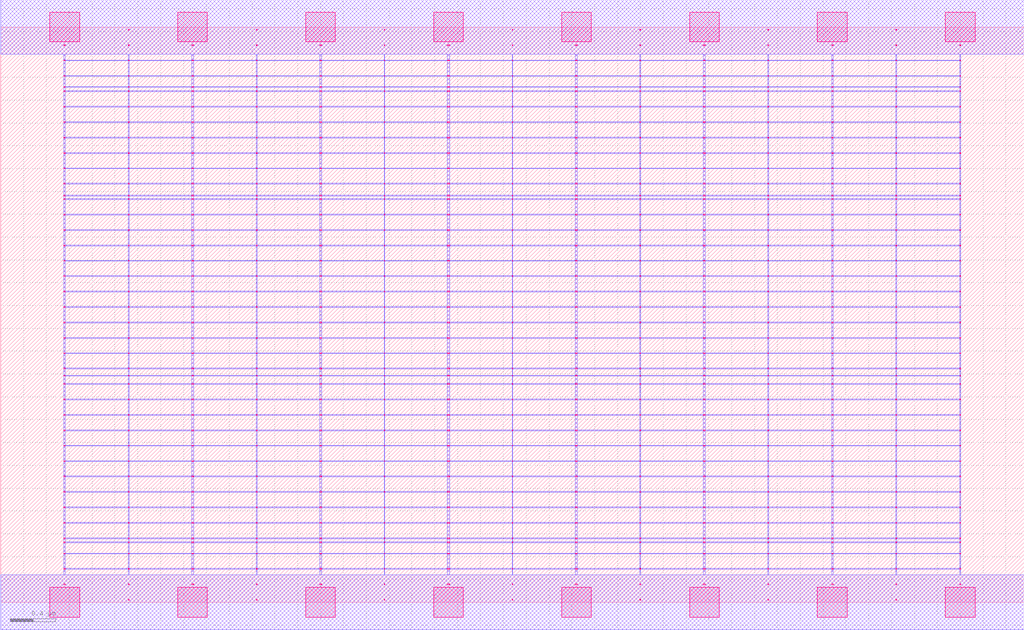
<source format=lef>
MACRO AOOAI213_DEBUG
 CLASS CORE ;
 FOREIGN AOOAI213_DEBUG 0 0 ;
 SIZE 8.96 BY 5.04 ;
 ORIGIN 0 0 ;
 SYMMETRY X Y R90 ;
 SITE unit ;

 OBS
    LAYER polycont ;
     RECT 4.47600000 2.58300000 4.48400000 2.59100000 ;
     RECT 4.47600000 2.71800000 4.48400000 2.72600000 ;
     RECT 4.47600000 2.85300000 4.48400000 2.86100000 ;
     RECT 4.47600000 2.98800000 4.48400000 2.99600000 ;
     RECT 6.71600000 2.58300000 6.72400000 2.59100000 ;
     RECT 7.27600000 2.58300000 7.28900000 2.59100000 ;
     RECT 7.83600000 2.58300000 7.84400000 2.59100000 ;
     RECT 8.39600000 2.58300000 8.40400000 2.59100000 ;
     RECT 5.03100000 2.58300000 5.04900000 2.59100000 ;
     RECT 5.03100000 2.71800000 5.04900000 2.72600000 ;
     RECT 5.59600000 2.71800000 5.60400000 2.72600000 ;
     RECT 6.15100000 2.71800000 6.16900000 2.72600000 ;
     RECT 6.71600000 2.71800000 6.72400000 2.72600000 ;
     RECT 7.27600000 2.71800000 7.28900000 2.72600000 ;
     RECT 7.83600000 2.71800000 7.84400000 2.72600000 ;
     RECT 8.39600000 2.71800000 8.40400000 2.72600000 ;
     RECT 5.59600000 2.58300000 5.60400000 2.59100000 ;
     RECT 5.03100000 2.85300000 5.04900000 2.86100000 ;
     RECT 5.59600000 2.85300000 5.60400000 2.86100000 ;
     RECT 6.15100000 2.85300000 6.16900000 2.86100000 ;
     RECT 6.71600000 2.85300000 6.72400000 2.86100000 ;
     RECT 7.27600000 2.85300000 7.28900000 2.86100000 ;
     RECT 7.83600000 2.85300000 7.84400000 2.86100000 ;
     RECT 8.39600000 2.85300000 8.40400000 2.86100000 ;
     RECT 6.15100000 2.58300000 6.16900000 2.59100000 ;
     RECT 5.03100000 2.98800000 5.04900000 2.99600000 ;
     RECT 5.59600000 2.98800000 5.60400000 2.99600000 ;
     RECT 6.15100000 2.98800000 6.16900000 2.99600000 ;
     RECT 6.71600000 2.98800000 6.72400000 2.99600000 ;
     RECT 7.27600000 2.98800000 7.28900000 2.99600000 ;
     RECT 7.83600000 2.98800000 7.84400000 2.99600000 ;
     RECT 8.39600000 2.98800000 8.40400000 2.99600000 ;
     RECT 7.83600000 3.12300000 7.84400000 3.13100000 ;
     RECT 8.39600000 3.12300000 8.40400000 3.13100000 ;
     RECT 7.83600000 3.25800000 7.84400000 3.26600000 ;
     RECT 8.39600000 3.25800000 8.40400000 3.26600000 ;
     RECT 7.83600000 3.39300000 7.84400000 3.40100000 ;
     RECT 8.39600000 3.39300000 8.40400000 3.40100000 ;
     RECT 7.83600000 3.52800000 7.84400000 3.53600000 ;
     RECT 8.39600000 3.52800000 8.40400000 3.53600000 ;
     RECT 7.83600000 3.56100000 7.84400000 3.56900000 ;
     RECT 8.39600000 3.56100000 8.40400000 3.56900000 ;
     RECT 7.83600000 3.66300000 7.84400000 3.67100000 ;
     RECT 8.39600000 3.66300000 8.40400000 3.67100000 ;
     RECT 7.83600000 3.79800000 7.84400000 3.80600000 ;
     RECT 8.39600000 3.79800000 8.40400000 3.80600000 ;
     RECT 7.83600000 3.93300000 7.84400000 3.94100000 ;
     RECT 8.39600000 3.93300000 8.40400000 3.94100000 ;
     RECT 7.83600000 4.06800000 7.84400000 4.07600000 ;
     RECT 8.39600000 4.06800000 8.40400000 4.07600000 ;
     RECT 7.83600000 4.20300000 7.84400000 4.21100000 ;
     RECT 8.39600000 4.20300000 8.40400000 4.21100000 ;
     RECT 7.83600000 4.33800000 7.84400000 4.34600000 ;
     RECT 8.39600000 4.33800000 8.40400000 4.34600000 ;
     RECT 7.83600000 4.47300000 7.84400000 4.48100000 ;
     RECT 8.39600000 4.47300000 8.40400000 4.48100000 ;
     RECT 7.83600000 4.51100000 7.84400000 4.51900000 ;
     RECT 8.39600000 4.51100000 8.40400000 4.51900000 ;
     RECT 7.83600000 4.60800000 7.84400000 4.61600000 ;
     RECT 8.39600000 4.60800000 8.40400000 4.61600000 ;
     RECT 7.83600000 4.74300000 7.84400000 4.75100000 ;
     RECT 8.39600000 4.74300000 8.40400000 4.75100000 ;
     RECT 7.83600000 4.87800000 7.84400000 4.88600000 ;
     RECT 8.39600000 4.87800000 8.40400000 4.88600000 ;
     RECT 3.91100000 2.85300000 3.92900000 2.86100000 ;
     RECT 1.11600000 2.71800000 1.12400000 2.72600000 ;
     RECT 1.67100000 2.71800000 1.68900000 2.72600000 ;
     RECT 2.23600000 2.71800000 2.24400000 2.72600000 ;
     RECT 2.79100000 2.71800000 2.80900000 2.72600000 ;
     RECT 3.35600000 2.71800000 3.36400000 2.72600000 ;
     RECT 3.91100000 2.71800000 3.92900000 2.72600000 ;
     RECT 1.11600000 2.58300000 1.12400000 2.59100000 ;
     RECT 1.67100000 2.58300000 1.68900000 2.59100000 ;
     RECT 0.55100000 2.98800000 0.56400000 2.99600000 ;
     RECT 1.11600000 2.98800000 1.12400000 2.99600000 ;
     RECT 1.67100000 2.98800000 1.68900000 2.99600000 ;
     RECT 2.23600000 2.98800000 2.24400000 2.99600000 ;
     RECT 2.79100000 2.98800000 2.80900000 2.99600000 ;
     RECT 3.35600000 2.98800000 3.36400000 2.99600000 ;
     RECT 3.91100000 2.98800000 3.92900000 2.99600000 ;
     RECT 2.23600000 2.58300000 2.24400000 2.59100000 ;
     RECT 2.79100000 2.58300000 2.80900000 2.59100000 ;
     RECT 3.35600000 2.58300000 3.36400000 2.59100000 ;
     RECT 3.91100000 2.58300000 3.92900000 2.59100000 ;
     RECT 0.55100000 2.58300000 0.56400000 2.59100000 ;
     RECT 0.55100000 2.71800000 0.56400000 2.72600000 ;
     RECT 0.55100000 2.85300000 0.56400000 2.86100000 ;
     RECT 1.11600000 2.85300000 1.12400000 2.86100000 ;
     RECT 1.67100000 2.85300000 1.68900000 2.86100000 ;
     RECT 2.23600000 2.85300000 2.24400000 2.86100000 ;
     RECT 2.79100000 2.85300000 2.80900000 2.86100000 ;
     RECT 3.35600000 2.85300000 3.36400000 2.86100000 ;
     RECT 5.59600000 1.63800000 5.60400000 1.64600000 ;
     RECT 5.59600000 1.77300000 5.60400000 1.78100000 ;
     RECT 5.59600000 1.90800000 5.60400000 1.91600000 ;
     RECT 5.59600000 1.98100000 5.60400000 1.98900000 ;
     RECT 5.59600000 2.04300000 5.60400000 2.05100000 ;
     RECT 5.59600000 2.17800000 5.60400000 2.18600000 ;
     RECT 5.59600000 2.31300000 5.60400000 2.32100000 ;
     RECT 5.59600000 2.44800000 5.60400000 2.45600000 ;
     RECT 5.59600000 0.15300000 5.60400000 0.16100000 ;
     RECT 5.59600000 0.28800000 5.60400000 0.29600000 ;
     RECT 5.59600000 0.42300000 5.60400000 0.43100000 ;
     RECT 5.59600000 0.52100000 5.60400000 0.52900000 ;
     RECT 5.59600000 0.55800000 5.60400000 0.56600000 ;
     RECT 5.59600000 0.69300000 5.60400000 0.70100000 ;
     RECT 5.59600000 0.82800000 5.60400000 0.83600000 ;
     RECT 5.59600000 0.96300000 5.60400000 0.97100000 ;
     RECT 5.59600000 1.09800000 5.60400000 1.10600000 ;
     RECT 5.59600000 1.23300000 5.60400000 1.24100000 ;
     RECT 5.59600000 1.36800000 5.60400000 1.37600000 ;
     RECT 5.59600000 1.50300000 5.60400000 1.51100000 ;

    LAYER pdiffc ;
     RECT 0.55100000 3.39300000 0.55900000 3.40100000 ;
     RECT 7.28100000 3.39300000 7.28900000 3.40100000 ;
     RECT 0.55100000 3.52800000 0.55900000 3.53600000 ;
     RECT 7.28100000 3.52800000 7.28900000 3.53600000 ;
     RECT 0.55100000 3.56100000 0.55900000 3.56900000 ;
     RECT 7.28100000 3.56100000 7.28900000 3.56900000 ;
     RECT 0.55100000 3.66300000 0.55900000 3.67100000 ;
     RECT 7.28100000 3.66300000 7.28900000 3.67100000 ;
     RECT 0.55100000 3.79800000 0.55900000 3.80600000 ;
     RECT 7.28100000 3.79800000 7.28900000 3.80600000 ;
     RECT 0.55100000 3.93300000 0.55900000 3.94100000 ;
     RECT 7.28100000 3.93300000 7.28900000 3.94100000 ;
     RECT 0.55100000 4.06800000 0.55900000 4.07600000 ;
     RECT 7.28100000 4.06800000 7.28900000 4.07600000 ;
     RECT 0.55100000 4.20300000 0.55900000 4.21100000 ;
     RECT 7.28100000 4.20300000 7.28900000 4.21100000 ;
     RECT 0.55100000 4.33800000 0.55900000 4.34600000 ;
     RECT 7.28100000 4.33800000 7.28900000 4.34600000 ;
     RECT 0.55100000 4.47300000 0.55900000 4.48100000 ;
     RECT 7.28100000 4.47300000 7.28900000 4.48100000 ;
     RECT 0.55100000 4.51100000 0.55900000 4.51900000 ;
     RECT 7.28100000 4.51100000 7.28900000 4.51900000 ;
     RECT 0.55100000 4.60800000 0.55900000 4.61600000 ;
     RECT 7.28100000 4.60800000 7.28900000 4.61600000 ;

    LAYER ndiffc ;
     RECT 5.03100000 0.42300000 5.04900000 0.43100000 ;
     RECT 6.15100000 0.42300000 6.16900000 0.43100000 ;
     RECT 7.27600000 0.42300000 7.28900000 0.43100000 ;
     RECT 8.39600000 0.42300000 8.40400000 0.43100000 ;
     RECT 5.03100000 0.52100000 5.04900000 0.52900000 ;
     RECT 6.15100000 0.52100000 6.16900000 0.52900000 ;
     RECT 7.27600000 0.52100000 7.28900000 0.52900000 ;
     RECT 8.39600000 0.52100000 8.40400000 0.52900000 ;
     RECT 5.03100000 0.55800000 5.04900000 0.56600000 ;
     RECT 6.15100000 0.55800000 6.16900000 0.56600000 ;
     RECT 7.27600000 0.55800000 7.28900000 0.56600000 ;
     RECT 8.39600000 0.55800000 8.40400000 0.56600000 ;
     RECT 5.03100000 0.69300000 5.04900000 0.70100000 ;
     RECT 6.15100000 0.69300000 6.16900000 0.70100000 ;
     RECT 7.27600000 0.69300000 7.28900000 0.70100000 ;
     RECT 8.39600000 0.69300000 8.40400000 0.70100000 ;
     RECT 5.03100000 0.82800000 5.04900000 0.83600000 ;
     RECT 6.15100000 0.82800000 6.16900000 0.83600000 ;
     RECT 7.27600000 0.82800000 7.28900000 0.83600000 ;
     RECT 8.39600000 0.82800000 8.40400000 0.83600000 ;
     RECT 5.03100000 0.96300000 5.04900000 0.97100000 ;
     RECT 6.15100000 0.96300000 6.16900000 0.97100000 ;
     RECT 7.27600000 0.96300000 7.28900000 0.97100000 ;
     RECT 8.39600000 0.96300000 8.40400000 0.97100000 ;
     RECT 5.03100000 1.09800000 5.04900000 1.10600000 ;
     RECT 6.15100000 1.09800000 6.16900000 1.10600000 ;
     RECT 7.27600000 1.09800000 7.28900000 1.10600000 ;
     RECT 8.39600000 1.09800000 8.40400000 1.10600000 ;
     RECT 5.03100000 1.23300000 5.04900000 1.24100000 ;
     RECT 6.15100000 1.23300000 6.16900000 1.24100000 ;
     RECT 7.27600000 1.23300000 7.28900000 1.24100000 ;
     RECT 8.39600000 1.23300000 8.40400000 1.24100000 ;
     RECT 5.03100000 1.36800000 5.04900000 1.37600000 ;
     RECT 6.15100000 1.36800000 6.16900000 1.37600000 ;
     RECT 7.27600000 1.36800000 7.28900000 1.37600000 ;
     RECT 8.39600000 1.36800000 8.40400000 1.37600000 ;
     RECT 5.03100000 1.50300000 5.04900000 1.51100000 ;
     RECT 6.15100000 1.50300000 6.16900000 1.51100000 ;
     RECT 7.27600000 1.50300000 7.28900000 1.51100000 ;
     RECT 8.39600000 1.50300000 8.40400000 1.51100000 ;
     RECT 5.03100000 1.63800000 5.04900000 1.64600000 ;
     RECT 6.15100000 1.63800000 6.16900000 1.64600000 ;
     RECT 7.27600000 1.63800000 7.28900000 1.64600000 ;
     RECT 8.39600000 1.63800000 8.40400000 1.64600000 ;
     RECT 5.03100000 1.77300000 5.04900000 1.78100000 ;
     RECT 6.15100000 1.77300000 6.16900000 1.78100000 ;
     RECT 7.27600000 1.77300000 7.28900000 1.78100000 ;
     RECT 8.39600000 1.77300000 8.40400000 1.78100000 ;
     RECT 5.03100000 1.90800000 5.04900000 1.91600000 ;
     RECT 6.15100000 1.90800000 6.16900000 1.91600000 ;
     RECT 7.27600000 1.90800000 7.28900000 1.91600000 ;
     RECT 8.39600000 1.90800000 8.40400000 1.91600000 ;
     RECT 5.03100000 1.98100000 5.04900000 1.98900000 ;
     RECT 6.15100000 1.98100000 6.16900000 1.98900000 ;
     RECT 7.27600000 1.98100000 7.28900000 1.98900000 ;
     RECT 8.39600000 1.98100000 8.40400000 1.98900000 ;
     RECT 5.03100000 2.04300000 5.04900000 2.05100000 ;
     RECT 6.15100000 2.04300000 6.16900000 2.05100000 ;
     RECT 7.27600000 2.04300000 7.28900000 2.05100000 ;
     RECT 8.39600000 2.04300000 8.40400000 2.05100000 ;
     RECT 0.55100000 0.42300000 0.56400000 0.43100000 ;
     RECT 1.67100000 0.42300000 1.68900000 0.43100000 ;
     RECT 2.79100000 0.42300000 2.80900000 0.43100000 ;
     RECT 3.91100000 0.42300000 3.92900000 0.43100000 ;
     RECT 0.55100000 1.36800000 0.56400000 1.37600000 ;
     RECT 1.67100000 1.36800000 1.68900000 1.37600000 ;
     RECT 2.79100000 1.36800000 2.80900000 1.37600000 ;
     RECT 3.91100000 1.36800000 3.92900000 1.37600000 ;
     RECT 0.55100000 0.82800000 0.56400000 0.83600000 ;
     RECT 1.67100000 0.82800000 1.68900000 0.83600000 ;
     RECT 2.79100000 0.82800000 2.80900000 0.83600000 ;
     RECT 3.91100000 0.82800000 3.92900000 0.83600000 ;
     RECT 0.55100000 1.50300000 0.56400000 1.51100000 ;
     RECT 1.67100000 1.50300000 1.68900000 1.51100000 ;
     RECT 2.79100000 1.50300000 2.80900000 1.51100000 ;
     RECT 3.91100000 1.50300000 3.92900000 1.51100000 ;
     RECT 0.55100000 0.55800000 0.56400000 0.56600000 ;
     RECT 1.67100000 0.55800000 1.68900000 0.56600000 ;
     RECT 2.79100000 0.55800000 2.80900000 0.56600000 ;
     RECT 3.91100000 0.55800000 3.92900000 0.56600000 ;
     RECT 0.55100000 1.63800000 0.56400000 1.64600000 ;
     RECT 1.67100000 1.63800000 1.68900000 1.64600000 ;
     RECT 2.79100000 1.63800000 2.80900000 1.64600000 ;
     RECT 3.91100000 1.63800000 3.92900000 1.64600000 ;
     RECT 0.55100000 0.96300000 0.56400000 0.97100000 ;
     RECT 1.67100000 0.96300000 1.68900000 0.97100000 ;
     RECT 2.79100000 0.96300000 2.80900000 0.97100000 ;
     RECT 3.91100000 0.96300000 3.92900000 0.97100000 ;
     RECT 0.55100000 1.77300000 0.56400000 1.78100000 ;
     RECT 1.67100000 1.77300000 1.68900000 1.78100000 ;
     RECT 2.79100000 1.77300000 2.80900000 1.78100000 ;
     RECT 3.91100000 1.77300000 3.92900000 1.78100000 ;
     RECT 0.55100000 0.52100000 0.56400000 0.52900000 ;
     RECT 1.67100000 0.52100000 1.68900000 0.52900000 ;
     RECT 2.79100000 0.52100000 2.80900000 0.52900000 ;
     RECT 3.91100000 0.52100000 3.92900000 0.52900000 ;
     RECT 0.55100000 1.90800000 0.56400000 1.91600000 ;
     RECT 1.67100000 1.90800000 1.68900000 1.91600000 ;
     RECT 2.79100000 1.90800000 2.80900000 1.91600000 ;
     RECT 3.91100000 1.90800000 3.92900000 1.91600000 ;
     RECT 0.55100000 1.09800000 0.56400000 1.10600000 ;
     RECT 1.67100000 1.09800000 1.68900000 1.10600000 ;
     RECT 2.79100000 1.09800000 2.80900000 1.10600000 ;
     RECT 3.91100000 1.09800000 3.92900000 1.10600000 ;
     RECT 0.55100000 1.98100000 0.56400000 1.98900000 ;
     RECT 1.67100000 1.98100000 1.68900000 1.98900000 ;
     RECT 2.79100000 1.98100000 2.80900000 1.98900000 ;
     RECT 3.91100000 1.98100000 3.92900000 1.98900000 ;
     RECT 0.55100000 0.69300000 0.56400000 0.70100000 ;
     RECT 1.67100000 0.69300000 1.68900000 0.70100000 ;
     RECT 2.79100000 0.69300000 2.80900000 0.70100000 ;
     RECT 3.91100000 0.69300000 3.92900000 0.70100000 ;
     RECT 0.55100000 2.04300000 0.56400000 2.05100000 ;
     RECT 1.67100000 2.04300000 1.68900000 2.05100000 ;
     RECT 2.79100000 2.04300000 2.80900000 2.05100000 ;
     RECT 3.91100000 2.04300000 3.92900000 2.05100000 ;
     RECT 0.55100000 1.23300000 0.56400000 1.24100000 ;
     RECT 1.67100000 1.23300000 1.68900000 1.24100000 ;
     RECT 2.79100000 1.23300000 2.80900000 1.24100000 ;
     RECT 3.91100000 1.23300000 3.92900000 1.24100000 ;

    LAYER met1 ;
     RECT 0.00000000 -0.24000000 8.96000000 0.24000000 ;
     RECT 4.47600000 0.24000000 4.48400000 0.28800000 ;
     RECT 0.55100000 0.28800000 8.40400000 0.29600000 ;
     RECT 4.47600000 0.29600000 4.48400000 0.42300000 ;
     RECT 0.55100000 0.42300000 8.40400000 0.43100000 ;
     RECT 4.47600000 0.43100000 4.48400000 0.52100000 ;
     RECT 0.55100000 0.52100000 8.40400000 0.52900000 ;
     RECT 4.47600000 0.52900000 4.48400000 0.55800000 ;
     RECT 0.55100000 0.55800000 8.40400000 0.56600000 ;
     RECT 4.47600000 0.56600000 4.48400000 0.69300000 ;
     RECT 0.55100000 0.69300000 8.40400000 0.70100000 ;
     RECT 4.47600000 0.70100000 4.48400000 0.82800000 ;
     RECT 0.55100000 0.82800000 8.40400000 0.83600000 ;
     RECT 4.47600000 0.83600000 4.48400000 0.96300000 ;
     RECT 0.55100000 0.96300000 8.40400000 0.97100000 ;
     RECT 4.47600000 0.97100000 4.48400000 1.09800000 ;
     RECT 0.55100000 1.09800000 8.40400000 1.10600000 ;
     RECT 4.47600000 1.10600000 4.48400000 1.23300000 ;
     RECT 0.55100000 1.23300000 8.40400000 1.24100000 ;
     RECT 4.47600000 1.24100000 4.48400000 1.36800000 ;
     RECT 0.55100000 1.36800000 8.40400000 1.37600000 ;
     RECT 4.47600000 1.37600000 4.48400000 1.50300000 ;
     RECT 0.55100000 1.50300000 8.40400000 1.51100000 ;
     RECT 4.47600000 1.51100000 4.48400000 1.63800000 ;
     RECT 0.55100000 1.63800000 8.40400000 1.64600000 ;
     RECT 4.47600000 1.64600000 4.48400000 1.77300000 ;
     RECT 0.55100000 1.77300000 8.40400000 1.78100000 ;
     RECT 4.47600000 1.78100000 4.48400000 1.90800000 ;
     RECT 0.55100000 1.90800000 8.40400000 1.91600000 ;
     RECT 4.47600000 1.91600000 4.48400000 1.98100000 ;
     RECT 0.55100000 1.98100000 8.40400000 1.98900000 ;
     RECT 4.47600000 1.98900000 4.48400000 2.04300000 ;
     RECT 0.55100000 2.04300000 8.40400000 2.05100000 ;
     RECT 4.47600000 2.05100000 4.48400000 2.17800000 ;
     RECT 0.55100000 2.17800000 8.40400000 2.18600000 ;
     RECT 4.47600000 2.18600000 4.48400000 2.31300000 ;
     RECT 0.55100000 2.31300000 8.40400000 2.32100000 ;
     RECT 4.47600000 2.32100000 4.48400000 2.44800000 ;
     RECT 0.55100000 2.44800000 8.40400000 2.45600000 ;
     RECT 0.55100000 2.45600000 0.56400000 2.58300000 ;
     RECT 1.11600000 2.45600000 1.12400000 2.58300000 ;
     RECT 1.67100000 2.45600000 1.68900000 2.58300000 ;
     RECT 2.23600000 2.45600000 2.24400000 2.58300000 ;
     RECT 2.79100000 2.45600000 2.80900000 2.58300000 ;
     RECT 3.35600000 2.45600000 3.36400000 2.58300000 ;
     RECT 3.91100000 2.45600000 3.92900000 2.58300000 ;
     RECT 4.47600000 2.45600000 4.48400000 2.58300000 ;
     RECT 5.03100000 2.45600000 5.04900000 2.58300000 ;
     RECT 5.59600000 2.45600000 5.60400000 2.58300000 ;
     RECT 6.15100000 2.45600000 6.16900000 2.58300000 ;
     RECT 6.71600000 2.45600000 6.72400000 2.58300000 ;
     RECT 7.27600000 2.45600000 7.28900000 2.58300000 ;
     RECT 7.83600000 2.45600000 7.84400000 2.58300000 ;
     RECT 8.39600000 2.45600000 8.40400000 2.58300000 ;
     RECT 0.55100000 2.58300000 8.40400000 2.59100000 ;
     RECT 4.47600000 2.59100000 4.48400000 2.71800000 ;
     RECT 0.55100000 2.71800000 8.40400000 2.72600000 ;
     RECT 4.47600000 2.72600000 4.48400000 2.85300000 ;
     RECT 0.55100000 2.85300000 8.40400000 2.86100000 ;
     RECT 4.47600000 2.86100000 4.48400000 2.98800000 ;
     RECT 0.55100000 2.98800000 8.40400000 2.99600000 ;
     RECT 4.47600000 2.99600000 4.48400000 3.12300000 ;
     RECT 0.55100000 3.12300000 8.40400000 3.13100000 ;
     RECT 4.47600000 3.13100000 4.48400000 3.25800000 ;
     RECT 0.55100000 3.25800000 8.40400000 3.26600000 ;
     RECT 4.47600000 3.26600000 4.48400000 3.39300000 ;
     RECT 0.55100000 3.39300000 8.40400000 3.40100000 ;
     RECT 4.47600000 3.40100000 4.48400000 3.52800000 ;
     RECT 0.55100000 3.52800000 8.40400000 3.53600000 ;
     RECT 4.47600000 3.53600000 4.48400000 3.56100000 ;
     RECT 0.55100000 3.56100000 8.40400000 3.56900000 ;
     RECT 4.47600000 3.56900000 4.48400000 3.66300000 ;
     RECT 0.55100000 3.66300000 8.40400000 3.67100000 ;
     RECT 4.47600000 3.67100000 4.48400000 3.79800000 ;
     RECT 0.55100000 3.79800000 8.40400000 3.80600000 ;
     RECT 4.47600000 3.80600000 4.48400000 3.93300000 ;
     RECT 0.55100000 3.93300000 8.40400000 3.94100000 ;
     RECT 4.47600000 3.94100000 4.48400000 4.06800000 ;
     RECT 0.55100000 4.06800000 8.40400000 4.07600000 ;
     RECT 4.47600000 4.07600000 4.48400000 4.20300000 ;
     RECT 0.55100000 4.20300000 8.40400000 4.21100000 ;
     RECT 4.47600000 4.21100000 4.48400000 4.33800000 ;
     RECT 0.55100000 4.33800000 8.40400000 4.34600000 ;
     RECT 4.47600000 4.34600000 4.48400000 4.47300000 ;
     RECT 0.55100000 4.47300000 8.40400000 4.48100000 ;
     RECT 4.47600000 4.48100000 4.48400000 4.51100000 ;
     RECT 0.55100000 4.51100000 8.40400000 4.51900000 ;
     RECT 4.47600000 4.51900000 4.48400000 4.60800000 ;
     RECT 0.55100000 4.60800000 8.40400000 4.61600000 ;
     RECT 4.47600000 4.61600000 4.48400000 4.74300000 ;
     RECT 0.55100000 4.74300000 8.40400000 4.75100000 ;
     RECT 4.47600000 4.75100000 4.48400000 4.80000000 ;
     RECT 0.00000000 4.80000000 8.96000000 5.28000000 ;
     RECT 6.71600000 3.13100000 6.72400000 3.25800000 ;
     RECT 6.71600000 3.26600000 6.72400000 3.39300000 ;
     RECT 6.71600000 3.40100000 6.72400000 3.52800000 ;
     RECT 6.71600000 2.72600000 6.72400000 2.85300000 ;
     RECT 6.71600000 3.53600000 6.72400000 3.56100000 ;
     RECT 6.71600000 3.56900000 6.72400000 3.66300000 ;
     RECT 6.71600000 2.59100000 6.72400000 2.71800000 ;
     RECT 6.71600000 3.67100000 6.72400000 3.79800000 ;
     RECT 5.03100000 3.80600000 5.04900000 3.93300000 ;
     RECT 5.59600000 3.80600000 5.60400000 3.93300000 ;
     RECT 6.15100000 3.80600000 6.16900000 3.93300000 ;
     RECT 6.71600000 3.80600000 6.72400000 3.93300000 ;
     RECT 7.27600000 3.80600000 7.28900000 3.93300000 ;
     RECT 7.83600000 3.80600000 7.84400000 3.93300000 ;
     RECT 8.39600000 3.80600000 8.40400000 3.93300000 ;
     RECT 6.71600000 2.86100000 6.72400000 2.98800000 ;
     RECT 6.71600000 3.94100000 6.72400000 4.06800000 ;
     RECT 6.71600000 4.07600000 6.72400000 4.20300000 ;
     RECT 6.71600000 4.21100000 6.72400000 4.33800000 ;
     RECT 6.71600000 4.34600000 6.72400000 4.47300000 ;
     RECT 6.71600000 4.48100000 6.72400000 4.51100000 ;
     RECT 6.71600000 2.99600000 6.72400000 3.12300000 ;
     RECT 6.71600000 4.51900000 6.72400000 4.60800000 ;
     RECT 6.71600000 4.61600000 6.72400000 4.74300000 ;
     RECT 6.71600000 4.75100000 6.72400000 4.80000000 ;
     RECT 7.27600000 4.21100000 7.28900000 4.33800000 ;
     RECT 7.83600000 4.21100000 7.84400000 4.33800000 ;
     RECT 8.39600000 4.21100000 8.40400000 4.33800000 ;
     RECT 8.39600000 3.94100000 8.40400000 4.06800000 ;
     RECT 7.27600000 4.34600000 7.28900000 4.47300000 ;
     RECT 7.83600000 4.34600000 7.84400000 4.47300000 ;
     RECT 8.39600000 4.34600000 8.40400000 4.47300000 ;
     RECT 7.27600000 3.94100000 7.28900000 4.06800000 ;
     RECT 7.27600000 4.48100000 7.28900000 4.51100000 ;
     RECT 7.83600000 4.48100000 7.84400000 4.51100000 ;
     RECT 8.39600000 4.48100000 8.40400000 4.51100000 ;
     RECT 7.27600000 4.07600000 7.28900000 4.20300000 ;
     RECT 7.83600000 4.07600000 7.84400000 4.20300000 ;
     RECT 7.27600000 4.51900000 7.28900000 4.60800000 ;
     RECT 7.83600000 4.51900000 7.84400000 4.60800000 ;
     RECT 8.39600000 4.51900000 8.40400000 4.60800000 ;
     RECT 8.39600000 4.07600000 8.40400000 4.20300000 ;
     RECT 7.27600000 4.61600000 7.28900000 4.74300000 ;
     RECT 7.83600000 4.61600000 7.84400000 4.74300000 ;
     RECT 8.39600000 4.61600000 8.40400000 4.74300000 ;
     RECT 7.83600000 3.94100000 7.84400000 4.06800000 ;
     RECT 7.27600000 4.75100000 7.28900000 4.80000000 ;
     RECT 7.83600000 4.75100000 7.84400000 4.80000000 ;
     RECT 8.39600000 4.75100000 8.40400000 4.80000000 ;
     RECT 6.15100000 4.07600000 6.16900000 4.20300000 ;
     RECT 5.59600000 3.94100000 5.60400000 4.06800000 ;
     RECT 6.15100000 3.94100000 6.16900000 4.06800000 ;
     RECT 5.03100000 4.51900000 5.04900000 4.60800000 ;
     RECT 5.59600000 4.51900000 5.60400000 4.60800000 ;
     RECT 6.15100000 4.51900000 6.16900000 4.60800000 ;
     RECT 5.03100000 4.34600000 5.04900000 4.47300000 ;
     RECT 5.59600000 4.34600000 5.60400000 4.47300000 ;
     RECT 6.15100000 4.34600000 6.16900000 4.47300000 ;
     RECT 5.03100000 3.94100000 5.04900000 4.06800000 ;
     RECT 5.03100000 4.61600000 5.04900000 4.74300000 ;
     RECT 5.59600000 4.61600000 5.60400000 4.74300000 ;
     RECT 6.15100000 4.61600000 6.16900000 4.74300000 ;
     RECT 5.03100000 4.07600000 5.04900000 4.20300000 ;
     RECT 5.03100000 4.21100000 5.04900000 4.33800000 ;
     RECT 5.59600000 4.21100000 5.60400000 4.33800000 ;
     RECT 5.03100000 4.48100000 5.04900000 4.51100000 ;
     RECT 5.03100000 4.75100000 5.04900000 4.80000000 ;
     RECT 5.59600000 4.75100000 5.60400000 4.80000000 ;
     RECT 6.15100000 4.75100000 6.16900000 4.80000000 ;
     RECT 5.59600000 4.48100000 5.60400000 4.51100000 ;
     RECT 6.15100000 4.48100000 6.16900000 4.51100000 ;
     RECT 6.15100000 4.21100000 6.16900000 4.33800000 ;
     RECT 5.59600000 4.07600000 5.60400000 4.20300000 ;
     RECT 5.03100000 3.56900000 5.04900000 3.66300000 ;
     RECT 5.59600000 3.56900000 5.60400000 3.66300000 ;
     RECT 6.15100000 3.56900000 6.16900000 3.66300000 ;
     RECT 5.03100000 3.26600000 5.04900000 3.39300000 ;
     RECT 6.15100000 2.59100000 6.16900000 2.71800000 ;
     RECT 5.59600000 3.26600000 5.60400000 3.39300000 ;
     RECT 5.03100000 3.67100000 5.04900000 3.79800000 ;
     RECT 5.59600000 3.67100000 5.60400000 3.79800000 ;
     RECT 6.15100000 3.67100000 6.16900000 3.79800000 ;
     RECT 6.15100000 3.26600000 6.16900000 3.39300000 ;
     RECT 5.03100000 2.86100000 5.04900000 2.98800000 ;
     RECT 5.59600000 2.86100000 5.60400000 2.98800000 ;
     RECT 6.15100000 3.13100000 6.16900000 3.25800000 ;
     RECT 5.59600000 2.72600000 5.60400000 2.85300000 ;
     RECT 6.15100000 2.72600000 6.16900000 2.85300000 ;
     RECT 5.03100000 3.40100000 5.04900000 3.52800000 ;
     RECT 5.59600000 3.40100000 5.60400000 3.52800000 ;
     RECT 5.03100000 2.99600000 5.04900000 3.12300000 ;
     RECT 6.15100000 3.40100000 6.16900000 3.52800000 ;
     RECT 5.59600000 3.13100000 5.60400000 3.25800000 ;
     RECT 6.15100000 2.86100000 6.16900000 2.98800000 ;
     RECT 5.03100000 2.59100000 5.04900000 2.71800000 ;
     RECT 5.59600000 2.59100000 5.60400000 2.71800000 ;
     RECT 5.03100000 3.53600000 5.04900000 3.56100000 ;
     RECT 5.59600000 3.53600000 5.60400000 3.56100000 ;
     RECT 6.15100000 3.53600000 6.16900000 3.56100000 ;
     RECT 5.59600000 2.99600000 5.60400000 3.12300000 ;
     RECT 6.15100000 2.99600000 6.16900000 3.12300000 ;
     RECT 5.03100000 2.72600000 5.04900000 2.85300000 ;
     RECT 5.03100000 3.13100000 5.04900000 3.25800000 ;
     RECT 7.83600000 2.72600000 7.84400000 2.85300000 ;
     RECT 8.39600000 2.86100000 8.40400000 2.98800000 ;
     RECT 7.27600000 2.59100000 7.28900000 2.71800000 ;
     RECT 7.27600000 2.99600000 7.28900000 3.12300000 ;
     RECT 8.39600000 2.72600000 8.40400000 2.85300000 ;
     RECT 8.39600000 3.26600000 8.40400000 3.39300000 ;
     RECT 7.27600000 3.40100000 7.28900000 3.52800000 ;
     RECT 7.83600000 3.40100000 7.84400000 3.52800000 ;
     RECT 8.39600000 3.40100000 8.40400000 3.52800000 ;
     RECT 7.27600000 3.56900000 7.28900000 3.66300000 ;
     RECT 7.83600000 3.56900000 7.84400000 3.66300000 ;
     RECT 7.83600000 2.99600000 7.84400000 3.12300000 ;
     RECT 8.39600000 2.99600000 8.40400000 3.12300000 ;
     RECT 7.83600000 2.59100000 7.84400000 2.71800000 ;
     RECT 8.39600000 3.56900000 8.40400000 3.66300000 ;
     RECT 7.27600000 3.13100000 7.28900000 3.25800000 ;
     RECT 7.27600000 2.72600000 7.28900000 2.85300000 ;
     RECT 7.83600000 3.13100000 7.84400000 3.25800000 ;
     RECT 8.39600000 3.13100000 8.40400000 3.25800000 ;
     RECT 7.27600000 3.26600000 7.28900000 3.39300000 ;
     RECT 8.39600000 2.59100000 8.40400000 2.71800000 ;
     RECT 7.83600000 3.26600000 7.84400000 3.39300000 ;
     RECT 7.27600000 2.86100000 7.28900000 2.98800000 ;
     RECT 7.83600000 2.86100000 7.84400000 2.98800000 ;
     RECT 7.27600000 3.67100000 7.28900000 3.79800000 ;
     RECT 7.83600000 3.67100000 7.84400000 3.79800000 ;
     RECT 8.39600000 3.67100000 8.40400000 3.79800000 ;
     RECT 7.27600000 3.53600000 7.28900000 3.56100000 ;
     RECT 7.83600000 3.53600000 7.84400000 3.56100000 ;
     RECT 8.39600000 3.53600000 8.40400000 3.56100000 ;
     RECT 2.23600000 3.94100000 2.24400000 4.06800000 ;
     RECT 2.23600000 3.40100000 2.24400000 3.52800000 ;
     RECT 2.23600000 4.07600000 2.24400000 4.20300000 ;
     RECT 2.23600000 3.53600000 2.24400000 3.56100000 ;
     RECT 2.23600000 4.21100000 2.24400000 4.33800000 ;
     RECT 2.23600000 2.86100000 2.24400000 2.98800000 ;
     RECT 2.23600000 3.13100000 2.24400000 3.25800000 ;
     RECT 2.23600000 4.34600000 2.24400000 4.47300000 ;
     RECT 2.23600000 3.56900000 2.24400000 3.66300000 ;
     RECT 2.23600000 4.48100000 2.24400000 4.51100000 ;
     RECT 2.23600000 2.72600000 2.24400000 2.85300000 ;
     RECT 2.23600000 4.51900000 2.24400000 4.60800000 ;
     RECT 2.23600000 3.67100000 2.24400000 3.79800000 ;
     RECT 2.23600000 4.61600000 2.24400000 4.74300000 ;
     RECT 2.23600000 3.26600000 2.24400000 3.39300000 ;
     RECT 2.23600000 2.59100000 2.24400000 2.71800000 ;
     RECT 0.55100000 3.80600000 0.56400000 3.93300000 ;
     RECT 1.11600000 3.80600000 1.12400000 3.93300000 ;
     RECT 2.23600000 4.75100000 2.24400000 4.80000000 ;
     RECT 1.67100000 3.80600000 1.68900000 3.93300000 ;
     RECT 2.23600000 3.80600000 2.24400000 3.93300000 ;
     RECT 2.79100000 3.80600000 2.80900000 3.93300000 ;
     RECT 3.35600000 3.80600000 3.36400000 3.93300000 ;
     RECT 3.91100000 3.80600000 3.92900000 3.93300000 ;
     RECT 2.23600000 2.99600000 2.24400000 3.12300000 ;
     RECT 2.79100000 3.94100000 2.80900000 4.06800000 ;
     RECT 2.79100000 4.21100000 2.80900000 4.33800000 ;
     RECT 2.79100000 4.51900000 2.80900000 4.60800000 ;
     RECT 3.35600000 4.51900000 3.36400000 4.60800000 ;
     RECT 3.91100000 4.51900000 3.92900000 4.60800000 ;
     RECT 3.35600000 4.21100000 3.36400000 4.33800000 ;
     RECT 3.91100000 4.21100000 3.92900000 4.33800000 ;
     RECT 2.79100000 4.61600000 2.80900000 4.74300000 ;
     RECT 3.35600000 4.61600000 3.36400000 4.74300000 ;
     RECT 3.91100000 4.61600000 3.92900000 4.74300000 ;
     RECT 3.35600000 3.94100000 3.36400000 4.06800000 ;
     RECT 2.79100000 4.07600000 2.80900000 4.20300000 ;
     RECT 3.35600000 4.07600000 3.36400000 4.20300000 ;
     RECT 2.79100000 4.34600000 2.80900000 4.47300000 ;
     RECT 3.35600000 4.34600000 3.36400000 4.47300000 ;
     RECT 2.79100000 4.75100000 2.80900000 4.80000000 ;
     RECT 3.35600000 4.75100000 3.36400000 4.80000000 ;
     RECT 3.91100000 4.75100000 3.92900000 4.80000000 ;
     RECT 3.91100000 4.34600000 3.92900000 4.47300000 ;
     RECT 3.91100000 4.07600000 3.92900000 4.20300000 ;
     RECT 3.91100000 3.94100000 3.92900000 4.06800000 ;
     RECT 2.79100000 4.48100000 2.80900000 4.51100000 ;
     RECT 3.35600000 4.48100000 3.36400000 4.51100000 ;
     RECT 3.91100000 4.48100000 3.92900000 4.51100000 ;
     RECT 0.55100000 4.61600000 0.56400000 4.74300000 ;
     RECT 1.11600000 4.61600000 1.12400000 4.74300000 ;
     RECT 1.67100000 4.61600000 1.68900000 4.74300000 ;
     RECT 1.67100000 4.07600000 1.68900000 4.20300000 ;
     RECT 1.67100000 3.94100000 1.68900000 4.06800000 ;
     RECT 0.55100000 4.48100000 0.56400000 4.51100000 ;
     RECT 1.11600000 4.48100000 1.12400000 4.51100000 ;
     RECT 1.67100000 4.48100000 1.68900000 4.51100000 ;
     RECT 0.55100000 3.94100000 0.56400000 4.06800000 ;
     RECT 1.11600000 3.94100000 1.12400000 4.06800000 ;
     RECT 0.55100000 4.07600000 0.56400000 4.20300000 ;
     RECT 0.55100000 4.75100000 0.56400000 4.80000000 ;
     RECT 1.11600000 4.75100000 1.12400000 4.80000000 ;
     RECT 1.67100000 4.75100000 1.68900000 4.80000000 ;
     RECT 1.11600000 4.07600000 1.12400000 4.20300000 ;
     RECT 0.55100000 4.34600000 0.56400000 4.47300000 ;
     RECT 0.55100000 4.51900000 0.56400000 4.60800000 ;
     RECT 1.11600000 4.51900000 1.12400000 4.60800000 ;
     RECT 1.67100000 4.51900000 1.68900000 4.60800000 ;
     RECT 1.11600000 4.34600000 1.12400000 4.47300000 ;
     RECT 1.67100000 4.34600000 1.68900000 4.47300000 ;
     RECT 0.55100000 4.21100000 0.56400000 4.33800000 ;
     RECT 1.11600000 4.21100000 1.12400000 4.33800000 ;
     RECT 1.67100000 4.21100000 1.68900000 4.33800000 ;
     RECT 0.55100000 3.56900000 0.56400000 3.66300000 ;
     RECT 1.11600000 3.26600000 1.12400000 3.39300000 ;
     RECT 1.67100000 3.26600000 1.68900000 3.39300000 ;
     RECT 1.11600000 3.56900000 1.12400000 3.66300000 ;
     RECT 1.67100000 3.56900000 1.68900000 3.66300000 ;
     RECT 0.55100000 2.72600000 0.56400000 2.85300000 ;
     RECT 1.67100000 3.40100000 1.68900000 3.52800000 ;
     RECT 1.11600000 2.72600000 1.12400000 2.85300000 ;
     RECT 0.55100000 2.86100000 0.56400000 2.98800000 ;
     RECT 1.11600000 2.86100000 1.12400000 2.98800000 ;
     RECT 0.55100000 3.13100000 0.56400000 3.25800000 ;
     RECT 1.11600000 3.13100000 1.12400000 3.25800000 ;
     RECT 1.67100000 3.13100000 1.68900000 3.25800000 ;
     RECT 1.67100000 2.72600000 1.68900000 2.85300000 ;
     RECT 1.67100000 2.86100000 1.68900000 2.98800000 ;
     RECT 1.67100000 2.59100000 1.68900000 2.71800000 ;
     RECT 0.55100000 3.26600000 0.56400000 3.39300000 ;
     RECT 0.55100000 3.53600000 0.56400000 3.56100000 ;
     RECT 1.11600000 3.53600000 1.12400000 3.56100000 ;
     RECT 1.67100000 3.53600000 1.68900000 3.56100000 ;
     RECT 0.55100000 3.40100000 0.56400000 3.52800000 ;
     RECT 1.11600000 3.40100000 1.12400000 3.52800000 ;
     RECT 0.55100000 2.59100000 0.56400000 2.71800000 ;
     RECT 1.11600000 2.59100000 1.12400000 2.71800000 ;
     RECT 0.55100000 3.67100000 0.56400000 3.79800000 ;
     RECT 1.11600000 3.67100000 1.12400000 3.79800000 ;
     RECT 0.55100000 2.99600000 0.56400000 3.12300000 ;
     RECT 1.11600000 2.99600000 1.12400000 3.12300000 ;
     RECT 1.67100000 2.99600000 1.68900000 3.12300000 ;
     RECT 1.67100000 3.67100000 1.68900000 3.79800000 ;
     RECT 3.91100000 3.40100000 3.92900000 3.52800000 ;
     RECT 3.91100000 3.13100000 3.92900000 3.25800000 ;
     RECT 2.79100000 2.72600000 2.80900000 2.85300000 ;
     RECT 3.35600000 2.72600000 3.36400000 2.85300000 ;
     RECT 3.91100000 2.72600000 3.92900000 2.85300000 ;
     RECT 2.79100000 2.86100000 2.80900000 2.98800000 ;
     RECT 2.79100000 3.26600000 2.80900000 3.39300000 ;
     RECT 3.35600000 3.26600000 3.36400000 3.39300000 ;
     RECT 3.91100000 3.26600000 3.92900000 3.39300000 ;
     RECT 3.91100000 2.99600000 3.92900000 3.12300000 ;
     RECT 2.79100000 2.59100000 2.80900000 2.71800000 ;
     RECT 3.35600000 2.59100000 3.36400000 2.71800000 ;
     RECT 3.91100000 2.59100000 3.92900000 2.71800000 ;
     RECT 3.35600000 2.99600000 3.36400000 3.12300000 ;
     RECT 2.79100000 3.13100000 2.80900000 3.25800000 ;
     RECT 2.79100000 3.56900000 2.80900000 3.66300000 ;
     RECT 3.35600000 3.56900000 3.36400000 3.66300000 ;
     RECT 3.91100000 3.56900000 3.92900000 3.66300000 ;
     RECT 3.35600000 3.13100000 3.36400000 3.25800000 ;
     RECT 2.79100000 2.99600000 2.80900000 3.12300000 ;
     RECT 2.79100000 3.40100000 2.80900000 3.52800000 ;
     RECT 3.35600000 3.40100000 3.36400000 3.52800000 ;
     RECT 3.35600000 3.53600000 3.36400000 3.56100000 ;
     RECT 2.79100000 3.67100000 2.80900000 3.79800000 ;
     RECT 3.35600000 3.67100000 3.36400000 3.79800000 ;
     RECT 3.91100000 3.67100000 3.92900000 3.79800000 ;
     RECT 3.91100000 3.53600000 3.92900000 3.56100000 ;
     RECT 2.79100000 3.53600000 2.80900000 3.56100000 ;
     RECT 3.35600000 2.86100000 3.36400000 2.98800000 ;
     RECT 3.91100000 2.86100000 3.92900000 2.98800000 ;
     RECT 2.23600000 1.37600000 2.24400000 1.50300000 ;
     RECT 2.23600000 0.43100000 2.24400000 0.52100000 ;
     RECT 2.23600000 1.51100000 2.24400000 1.63800000 ;
     RECT 2.23600000 1.64600000 2.24400000 1.77300000 ;
     RECT 2.23600000 1.78100000 2.24400000 1.90800000 ;
     RECT 2.23600000 1.91600000 2.24400000 1.98100000 ;
     RECT 2.23600000 1.98900000 2.24400000 2.04300000 ;
     RECT 2.23600000 0.52900000 2.24400000 0.55800000 ;
     RECT 2.23600000 2.05100000 2.24400000 2.17800000 ;
     RECT 2.23600000 2.18600000 2.24400000 2.31300000 ;
     RECT 2.23600000 2.32100000 2.24400000 2.44800000 ;
     RECT 2.23600000 0.56600000 2.24400000 0.69300000 ;
     RECT 2.23600000 0.70100000 2.24400000 0.82800000 ;
     RECT 2.23600000 0.83600000 2.24400000 0.96300000 ;
     RECT 2.23600000 0.29600000 2.24400000 0.42300000 ;
     RECT 2.23600000 0.97100000 2.24400000 1.09800000 ;
     RECT 0.55100000 1.10600000 0.56400000 1.23300000 ;
     RECT 1.11600000 1.10600000 1.12400000 1.23300000 ;
     RECT 1.67100000 1.10600000 1.68900000 1.23300000 ;
     RECT 2.23600000 1.10600000 2.24400000 1.23300000 ;
     RECT 2.79100000 1.10600000 2.80900000 1.23300000 ;
     RECT 3.35600000 1.10600000 3.36400000 1.23300000 ;
     RECT 3.91100000 1.10600000 3.92900000 1.23300000 ;
     RECT 2.23600000 0.24000000 2.24400000 0.28800000 ;
     RECT 2.23600000 1.24100000 2.24400000 1.36800000 ;
     RECT 3.35600000 1.51100000 3.36400000 1.63800000 ;
     RECT 3.91100000 1.51100000 3.92900000 1.63800000 ;
     RECT 2.79100000 2.05100000 2.80900000 2.17800000 ;
     RECT 3.35600000 2.05100000 3.36400000 2.17800000 ;
     RECT 3.91100000 2.05100000 3.92900000 2.17800000 ;
     RECT 3.91100000 1.37600000 3.92900000 1.50300000 ;
     RECT 2.79100000 2.18600000 2.80900000 2.31300000 ;
     RECT 3.35600000 2.18600000 3.36400000 2.31300000 ;
     RECT 3.91100000 2.18600000 3.92900000 2.31300000 ;
     RECT 2.79100000 1.64600000 2.80900000 1.77300000 ;
     RECT 2.79100000 2.32100000 2.80900000 2.44800000 ;
     RECT 3.35600000 2.32100000 3.36400000 2.44800000 ;
     RECT 3.91100000 2.32100000 3.92900000 2.44800000 ;
     RECT 3.35600000 1.64600000 3.36400000 1.77300000 ;
     RECT 3.91100000 1.64600000 3.92900000 1.77300000 ;
     RECT 2.79100000 1.37600000 2.80900000 1.50300000 ;
     RECT 2.79100000 1.78100000 2.80900000 1.90800000 ;
     RECT 3.35600000 1.78100000 3.36400000 1.90800000 ;
     RECT 3.91100000 1.78100000 3.92900000 1.90800000 ;
     RECT 3.35600000 1.37600000 3.36400000 1.50300000 ;
     RECT 2.79100000 1.91600000 2.80900000 1.98100000 ;
     RECT 3.35600000 1.91600000 3.36400000 1.98100000 ;
     RECT 3.91100000 1.91600000 3.92900000 1.98100000 ;
     RECT 2.79100000 1.51100000 2.80900000 1.63800000 ;
     RECT 2.79100000 1.98900000 2.80900000 2.04300000 ;
     RECT 3.35600000 1.98900000 3.36400000 2.04300000 ;
     RECT 3.91100000 1.98900000 3.92900000 2.04300000 ;
     RECT 2.79100000 1.24100000 2.80900000 1.36800000 ;
     RECT 3.35600000 1.24100000 3.36400000 1.36800000 ;
     RECT 3.91100000 1.24100000 3.92900000 1.36800000 ;
     RECT 0.55100000 1.78100000 0.56400000 1.90800000 ;
     RECT 0.55100000 2.32100000 0.56400000 2.44800000 ;
     RECT 1.11600000 2.32100000 1.12400000 2.44800000 ;
     RECT 1.67100000 2.32100000 1.68900000 2.44800000 ;
     RECT 0.55100000 1.98900000 0.56400000 2.04300000 ;
     RECT 1.11600000 1.98900000 1.12400000 2.04300000 ;
     RECT 1.67100000 1.98900000 1.68900000 2.04300000 ;
     RECT 1.11600000 1.78100000 1.12400000 1.90800000 ;
     RECT 1.67100000 1.78100000 1.68900000 1.90800000 ;
     RECT 0.55100000 1.64600000 0.56400000 1.77300000 ;
     RECT 1.11600000 1.64600000 1.12400000 1.77300000 ;
     RECT 1.67100000 1.64600000 1.68900000 1.77300000 ;
     RECT 0.55100000 2.05100000 0.56400000 2.17800000 ;
     RECT 1.11600000 2.05100000 1.12400000 2.17800000 ;
     RECT 1.67100000 2.05100000 1.68900000 2.17800000 ;
     RECT 1.67100000 1.37600000 1.68900000 1.50300000 ;
     RECT 0.55100000 1.91600000 0.56400000 1.98100000 ;
     RECT 1.11600000 1.91600000 1.12400000 1.98100000 ;
     RECT 1.67100000 1.91600000 1.68900000 1.98100000 ;
     RECT 0.55100000 2.18600000 0.56400000 2.31300000 ;
     RECT 1.11600000 2.18600000 1.12400000 2.31300000 ;
     RECT 0.55100000 1.24100000 0.56400000 1.36800000 ;
     RECT 1.11600000 1.24100000 1.12400000 1.36800000 ;
     RECT 1.67100000 1.24100000 1.68900000 1.36800000 ;
     RECT 1.67100000 2.18600000 1.68900000 2.31300000 ;
     RECT 0.55100000 1.51100000 0.56400000 1.63800000 ;
     RECT 1.11600000 1.51100000 1.12400000 1.63800000 ;
     RECT 1.67100000 1.51100000 1.68900000 1.63800000 ;
     RECT 0.55100000 1.37600000 0.56400000 1.50300000 ;
     RECT 1.11600000 1.37600000 1.12400000 1.50300000 ;
     RECT 0.55100000 0.97100000 0.56400000 1.09800000 ;
     RECT 1.11600000 0.97100000 1.12400000 1.09800000 ;
     RECT 1.67100000 0.97100000 1.68900000 1.09800000 ;
     RECT 1.67100000 0.52900000 1.68900000 0.55800000 ;
     RECT 0.55100000 0.56600000 0.56400000 0.69300000 ;
     RECT 1.11600000 0.56600000 1.12400000 0.69300000 ;
     RECT 1.67100000 0.56600000 1.68900000 0.69300000 ;
     RECT 0.55100000 0.52900000 0.56400000 0.55800000 ;
     RECT 1.11600000 0.24000000 1.12400000 0.28800000 ;
     RECT 0.55100000 0.29600000 0.56400000 0.42300000 ;
     RECT 0.55100000 0.70100000 0.56400000 0.82800000 ;
     RECT 1.67100000 0.24000000 1.68900000 0.28800000 ;
     RECT 1.11600000 0.70100000 1.12400000 0.82800000 ;
     RECT 1.67100000 0.70100000 1.68900000 0.82800000 ;
     RECT 1.67100000 0.43100000 1.68900000 0.52100000 ;
     RECT 1.11600000 0.29600000 1.12400000 0.42300000 ;
     RECT 1.67100000 0.29600000 1.68900000 0.42300000 ;
     RECT 0.55100000 0.83600000 0.56400000 0.96300000 ;
     RECT 1.11600000 0.83600000 1.12400000 0.96300000 ;
     RECT 1.67100000 0.83600000 1.68900000 0.96300000 ;
     RECT 0.55100000 0.43100000 0.56400000 0.52100000 ;
     RECT 1.11600000 0.43100000 1.12400000 0.52100000 ;
     RECT 0.55100000 0.24000000 0.56400000 0.28800000 ;
     RECT 1.11600000 0.52900000 1.12400000 0.55800000 ;
     RECT 3.35600000 0.97100000 3.36400000 1.09800000 ;
     RECT 3.91100000 0.97100000 3.92900000 1.09800000 ;
     RECT 3.35600000 0.29600000 3.36400000 0.42300000 ;
     RECT 3.91100000 0.29600000 3.92900000 0.42300000 ;
     RECT 3.91100000 0.24000000 3.92900000 0.28800000 ;
     RECT 2.79100000 0.70100000 2.80900000 0.82800000 ;
     RECT 3.35600000 0.70100000 3.36400000 0.82800000 ;
     RECT 3.91100000 0.70100000 3.92900000 0.82800000 ;
     RECT 3.91100000 0.52900000 3.92900000 0.55800000 ;
     RECT 3.35600000 0.24000000 3.36400000 0.28800000 ;
     RECT 2.79100000 0.24000000 2.80900000 0.28800000 ;
     RECT 2.79100000 0.56600000 2.80900000 0.69300000 ;
     RECT 3.35600000 0.56600000 3.36400000 0.69300000 ;
     RECT 3.91100000 0.56600000 3.92900000 0.69300000 ;
     RECT 2.79100000 0.83600000 2.80900000 0.96300000 ;
     RECT 3.35600000 0.83600000 3.36400000 0.96300000 ;
     RECT 3.91100000 0.83600000 3.92900000 0.96300000 ;
     RECT 3.35600000 0.43100000 3.36400000 0.52100000 ;
     RECT 2.79100000 0.29600000 2.80900000 0.42300000 ;
     RECT 2.79100000 0.43100000 2.80900000 0.52100000 ;
     RECT 2.79100000 0.52900000 2.80900000 0.55800000 ;
     RECT 3.91100000 0.43100000 3.92900000 0.52100000 ;
     RECT 3.35600000 0.52900000 3.36400000 0.55800000 ;
     RECT 2.79100000 0.97100000 2.80900000 1.09800000 ;
     RECT 6.71600000 0.43100000 6.72400000 0.52100000 ;
     RECT 6.71600000 0.56600000 6.72400000 0.69300000 ;
     RECT 6.71600000 1.91600000 6.72400000 1.98100000 ;
     RECT 5.03100000 1.10600000 5.04900000 1.23300000 ;
     RECT 5.59600000 1.10600000 5.60400000 1.23300000 ;
     RECT 6.15100000 1.10600000 6.16900000 1.23300000 ;
     RECT 6.71600000 1.10600000 6.72400000 1.23300000 ;
     RECT 7.27600000 1.10600000 7.28900000 1.23300000 ;
     RECT 7.83600000 1.10600000 7.84400000 1.23300000 ;
     RECT 8.39600000 1.10600000 8.40400000 1.23300000 ;
     RECT 6.71600000 1.98900000 6.72400000 2.04300000 ;
     RECT 6.71600000 0.29600000 6.72400000 0.42300000 ;
     RECT 6.71600000 2.05100000 6.72400000 2.17800000 ;
     RECT 6.71600000 1.24100000 6.72400000 1.36800000 ;
     RECT 6.71600000 2.18600000 6.72400000 2.31300000 ;
     RECT 6.71600000 0.70100000 6.72400000 0.82800000 ;
     RECT 6.71600000 0.24000000 6.72400000 0.28800000 ;
     RECT 6.71600000 2.32100000 6.72400000 2.44800000 ;
     RECT 6.71600000 1.37600000 6.72400000 1.50300000 ;
     RECT 6.71600000 0.52900000 6.72400000 0.55800000 ;
     RECT 6.71600000 1.51100000 6.72400000 1.63800000 ;
     RECT 6.71600000 0.83600000 6.72400000 0.96300000 ;
     RECT 6.71600000 1.64600000 6.72400000 1.77300000 ;
     RECT 6.71600000 0.97100000 6.72400000 1.09800000 ;
     RECT 6.71600000 1.78100000 6.72400000 1.90800000 ;
     RECT 8.39600000 1.24100000 8.40400000 1.36800000 ;
     RECT 7.27600000 1.98900000 7.28900000 2.04300000 ;
     RECT 7.27600000 2.18600000 7.28900000 2.31300000 ;
     RECT 7.83600000 2.18600000 7.84400000 2.31300000 ;
     RECT 8.39600000 2.18600000 8.40400000 2.31300000 ;
     RECT 7.83600000 1.98900000 7.84400000 2.04300000 ;
     RECT 8.39600000 1.98900000 8.40400000 2.04300000 ;
     RECT 8.39600000 1.91600000 8.40400000 1.98100000 ;
     RECT 7.27600000 2.32100000 7.28900000 2.44800000 ;
     RECT 7.83600000 2.32100000 7.84400000 2.44800000 ;
     RECT 8.39600000 2.32100000 8.40400000 2.44800000 ;
     RECT 7.27600000 1.91600000 7.28900000 1.98100000 ;
     RECT 7.27600000 1.37600000 7.28900000 1.50300000 ;
     RECT 7.83600000 1.37600000 7.84400000 1.50300000 ;
     RECT 8.39600000 1.37600000 8.40400000 1.50300000 ;
     RECT 7.27600000 2.05100000 7.28900000 2.17800000 ;
     RECT 7.83600000 2.05100000 7.84400000 2.17800000 ;
     RECT 7.27600000 1.51100000 7.28900000 1.63800000 ;
     RECT 7.83600000 1.51100000 7.84400000 1.63800000 ;
     RECT 8.39600000 1.51100000 8.40400000 1.63800000 ;
     RECT 8.39600000 2.05100000 8.40400000 2.17800000 ;
     RECT 7.83600000 1.91600000 7.84400000 1.98100000 ;
     RECT 7.27600000 1.64600000 7.28900000 1.77300000 ;
     RECT 7.83600000 1.64600000 7.84400000 1.77300000 ;
     RECT 8.39600000 1.64600000 8.40400000 1.77300000 ;
     RECT 7.27600000 1.24100000 7.28900000 1.36800000 ;
     RECT 7.83600000 1.24100000 7.84400000 1.36800000 ;
     RECT 7.27600000 1.78100000 7.28900000 1.90800000 ;
     RECT 7.83600000 1.78100000 7.84400000 1.90800000 ;
     RECT 8.39600000 1.78100000 8.40400000 1.90800000 ;
     RECT 5.59600000 1.98900000 5.60400000 2.04300000 ;
     RECT 6.15100000 1.37600000 6.16900000 1.50300000 ;
     RECT 5.03100000 2.05100000 5.04900000 2.17800000 ;
     RECT 5.59600000 2.05100000 5.60400000 2.17800000 ;
     RECT 5.03100000 2.18600000 5.04900000 2.31300000 ;
     RECT 5.59600000 2.18600000 5.60400000 2.31300000 ;
     RECT 6.15100000 2.18600000 6.16900000 2.31300000 ;
     RECT 5.03100000 1.51100000 5.04900000 1.63800000 ;
     RECT 5.59600000 1.51100000 5.60400000 1.63800000 ;
     RECT 6.15100000 1.51100000 6.16900000 1.63800000 ;
     RECT 6.15100000 2.05100000 6.16900000 2.17800000 ;
     RECT 6.15100000 1.98900000 6.16900000 2.04300000 ;
     RECT 6.15100000 1.91600000 6.16900000 1.98100000 ;
     RECT 5.03100000 1.91600000 5.04900000 1.98100000 ;
     RECT 5.59600000 1.91600000 5.60400000 1.98100000 ;
     RECT 5.03100000 1.64600000 5.04900000 1.77300000 ;
     RECT 5.59600000 1.64600000 5.60400000 1.77300000 ;
     RECT 6.15100000 1.64600000 6.16900000 1.77300000 ;
     RECT 5.03100000 1.24100000 5.04900000 1.36800000 ;
     RECT 5.03100000 1.37600000 5.04900000 1.50300000 ;
     RECT 5.59600000 1.37600000 5.60400000 1.50300000 ;
     RECT 5.03100000 2.32100000 5.04900000 2.44800000 ;
     RECT 5.59600000 2.32100000 5.60400000 2.44800000 ;
     RECT 5.03100000 1.78100000 5.04900000 1.90800000 ;
     RECT 5.59600000 1.78100000 5.60400000 1.90800000 ;
     RECT 6.15100000 1.78100000 6.16900000 1.90800000 ;
     RECT 6.15100000 2.32100000 6.16900000 2.44800000 ;
     RECT 5.59600000 1.24100000 5.60400000 1.36800000 ;
     RECT 6.15100000 1.24100000 6.16900000 1.36800000 ;
     RECT 5.03100000 1.98900000 5.04900000 2.04300000 ;
     RECT 5.59600000 0.24000000 5.60400000 0.28800000 ;
     RECT 5.03100000 0.29600000 5.04900000 0.42300000 ;
     RECT 5.59600000 0.52900000 5.60400000 0.55800000 ;
     RECT 6.15100000 0.52900000 6.16900000 0.55800000 ;
     RECT 6.15100000 0.70100000 6.16900000 0.82800000 ;
     RECT 5.03100000 0.83600000 5.04900000 0.96300000 ;
     RECT 5.59600000 0.83600000 5.60400000 0.96300000 ;
     RECT 6.15100000 0.83600000 6.16900000 0.96300000 ;
     RECT 6.15100000 0.29600000 6.16900000 0.42300000 ;
     RECT 5.59600000 0.29600000 5.60400000 0.42300000 ;
     RECT 5.03100000 0.43100000 5.04900000 0.52100000 ;
     RECT 5.59600000 0.43100000 5.60400000 0.52100000 ;
     RECT 6.15100000 0.43100000 6.16900000 0.52100000 ;
     RECT 5.03100000 0.97100000 5.04900000 1.09800000 ;
     RECT 5.59600000 0.97100000 5.60400000 1.09800000 ;
     RECT 6.15100000 0.97100000 6.16900000 1.09800000 ;
     RECT 5.59600000 0.56600000 5.60400000 0.69300000 ;
     RECT 6.15100000 0.24000000 6.16900000 0.28800000 ;
     RECT 5.03100000 0.70100000 5.04900000 0.82800000 ;
     RECT 6.15100000 0.56600000 6.16900000 0.69300000 ;
     RECT 5.03100000 0.56600000 5.04900000 0.69300000 ;
     RECT 5.59600000 0.70100000 5.60400000 0.82800000 ;
     RECT 5.03100000 0.52900000 5.04900000 0.55800000 ;
     RECT 5.03100000 0.24000000 5.04900000 0.28800000 ;
     RECT 7.83600000 0.52900000 7.84400000 0.55800000 ;
     RECT 8.39600000 0.56600000 8.40400000 0.69300000 ;
     RECT 7.27600000 0.43100000 7.28900000 0.52100000 ;
     RECT 7.27600000 0.29600000 7.28900000 0.42300000 ;
     RECT 7.83600000 0.29600000 7.84400000 0.42300000 ;
     RECT 7.27600000 0.70100000 7.28900000 0.82800000 ;
     RECT 7.83600000 0.70100000 7.84400000 0.82800000 ;
     RECT 8.39600000 0.70100000 8.40400000 0.82800000 ;
     RECT 8.39600000 0.29600000 8.40400000 0.42300000 ;
     RECT 7.27600000 0.24000000 7.28900000 0.28800000 ;
     RECT 7.83600000 0.24000000 7.84400000 0.28800000 ;
     RECT 7.83600000 0.56600000 7.84400000 0.69300000 ;
     RECT 7.27600000 0.83600000 7.28900000 0.96300000 ;
     RECT 7.83600000 0.83600000 7.84400000 0.96300000 ;
     RECT 7.27600000 0.97100000 7.28900000 1.09800000 ;
     RECT 8.39600000 0.83600000 8.40400000 0.96300000 ;
     RECT 8.39600000 0.52900000 8.40400000 0.55800000 ;
     RECT 8.39600000 0.24000000 8.40400000 0.28800000 ;
     RECT 7.27600000 0.56600000 7.28900000 0.69300000 ;
     RECT 7.83600000 0.43100000 7.84400000 0.52100000 ;
     RECT 8.39600000 0.43100000 8.40400000 0.52100000 ;
     RECT 7.27600000 0.52900000 7.28900000 0.55800000 ;
     RECT 7.83600000 0.97100000 7.84400000 1.09800000 ;
     RECT 8.39600000 0.97100000 8.40400000 1.09800000 ;

    LAYER via1 ;
     RECT 4.47600000 0.01800000 4.48400000 0.02600000 ;
     RECT 4.47600000 0.15300000 4.48400000 0.16100000 ;
     RECT 4.47600000 0.28800000 4.48400000 0.29600000 ;
     RECT 4.47600000 0.42300000 4.48400000 0.43100000 ;
     RECT 4.47600000 0.52100000 4.48400000 0.52900000 ;
     RECT 4.47600000 0.55800000 4.48400000 0.56600000 ;
     RECT 4.47600000 0.69300000 4.48400000 0.70100000 ;
     RECT 4.47600000 0.82800000 4.48400000 0.83600000 ;
     RECT 4.47600000 0.96300000 4.48400000 0.97100000 ;
     RECT 4.47600000 1.09800000 4.48400000 1.10600000 ;
     RECT 4.47600000 1.23300000 4.48400000 1.24100000 ;
     RECT 4.47600000 1.36800000 4.48400000 1.37600000 ;
     RECT 4.47600000 1.50300000 4.48400000 1.51100000 ;
     RECT 4.47600000 1.63800000 4.48400000 1.64600000 ;
     RECT 4.47600000 1.77300000 4.48400000 1.78100000 ;
     RECT 4.47600000 1.90800000 4.48400000 1.91600000 ;
     RECT 4.47600000 1.98100000 4.48400000 1.98900000 ;
     RECT 4.47600000 2.04300000 4.48400000 2.05100000 ;
     RECT 4.47600000 2.17800000 4.48400000 2.18600000 ;
     RECT 4.47600000 2.31300000 4.48400000 2.32100000 ;
     RECT 4.47600000 2.44800000 4.48400000 2.45600000 ;
     RECT 4.47600000 2.58300000 4.48400000 2.59100000 ;
     RECT 4.47600000 2.71800000 4.48400000 2.72600000 ;
     RECT 4.47600000 2.85300000 4.48400000 2.86100000 ;
     RECT 4.47600000 2.98800000 4.48400000 2.99600000 ;
     RECT 4.47600000 3.12300000 4.48400000 3.13100000 ;
     RECT 4.47600000 3.25800000 4.48400000 3.26600000 ;
     RECT 4.47600000 3.39300000 4.48400000 3.40100000 ;
     RECT 4.47600000 3.52800000 4.48400000 3.53600000 ;
     RECT 4.47600000 3.56100000 4.48400000 3.56900000 ;
     RECT 4.47600000 3.66300000 4.48400000 3.67100000 ;
     RECT 4.47600000 3.79800000 4.48400000 3.80600000 ;
     RECT 4.47600000 3.93300000 4.48400000 3.94100000 ;
     RECT 4.47600000 4.06800000 4.48400000 4.07600000 ;
     RECT 4.47600000 4.20300000 4.48400000 4.21100000 ;
     RECT 4.47600000 4.33800000 4.48400000 4.34600000 ;
     RECT 4.47600000 4.47300000 4.48400000 4.48100000 ;
     RECT 4.47600000 4.51100000 4.48400000 4.51900000 ;
     RECT 4.47600000 4.60800000 4.48400000 4.61600000 ;
     RECT 4.47600000 4.74300000 4.48400000 4.75100000 ;
     RECT 4.47600000 4.87800000 4.48400000 4.88600000 ;
     RECT 4.47600000 5.01300000 4.48400000 5.02100000 ;
     RECT 6.71600000 3.93300000 6.72400000 3.94100000 ;
     RECT 7.27600000 3.93300000 7.28900000 3.94100000 ;
     RECT 7.83600000 3.93300000 7.84400000 3.94100000 ;
     RECT 8.39600000 3.93300000 8.40400000 3.94100000 ;
     RECT 6.71600000 4.06800000 6.72400000 4.07600000 ;
     RECT 7.27600000 4.06800000 7.28900000 4.07600000 ;
     RECT 7.83600000 4.06800000 7.84400000 4.07600000 ;
     RECT 8.39600000 4.06800000 8.40400000 4.07600000 ;
     RECT 6.71600000 4.20300000 6.72400000 4.21100000 ;
     RECT 7.27600000 4.20300000 7.28900000 4.21100000 ;
     RECT 7.83600000 4.20300000 7.84400000 4.21100000 ;
     RECT 8.39600000 4.20300000 8.40400000 4.21100000 ;
     RECT 6.71600000 4.33800000 6.72400000 4.34600000 ;
     RECT 7.27600000 4.33800000 7.28900000 4.34600000 ;
     RECT 7.83600000 4.33800000 7.84400000 4.34600000 ;
     RECT 8.39600000 4.33800000 8.40400000 4.34600000 ;
     RECT 6.71600000 4.47300000 6.72400000 4.48100000 ;
     RECT 7.27600000 4.47300000 7.28900000 4.48100000 ;
     RECT 7.83600000 4.47300000 7.84400000 4.48100000 ;
     RECT 8.39600000 4.47300000 8.40400000 4.48100000 ;
     RECT 6.71600000 4.51100000 6.72400000 4.51900000 ;
     RECT 7.27600000 4.51100000 7.28900000 4.51900000 ;
     RECT 7.83600000 4.51100000 7.84400000 4.51900000 ;
     RECT 8.39600000 4.51100000 8.40400000 4.51900000 ;
     RECT 6.71600000 4.60800000 6.72400000 4.61600000 ;
     RECT 7.27600000 4.60800000 7.28900000 4.61600000 ;
     RECT 7.83600000 4.60800000 7.84400000 4.61600000 ;
     RECT 8.39600000 4.60800000 8.40400000 4.61600000 ;
     RECT 6.71600000 4.74300000 6.72400000 4.75100000 ;
     RECT 7.27600000 4.74300000 7.28900000 4.75100000 ;
     RECT 7.83600000 4.74300000 7.84400000 4.75100000 ;
     RECT 8.39600000 4.74300000 8.40400000 4.75100000 ;
     RECT 6.71600000 4.87800000 6.72400000 4.88600000 ;
     RECT 7.27600000 4.87800000 7.28900000 4.88600000 ;
     RECT 7.83600000 4.87800000 7.84400000 4.88600000 ;
     RECT 8.39600000 4.87800000 8.40400000 4.88600000 ;
     RECT 6.71600000 5.01300000 6.72400000 5.02100000 ;
     RECT 7.83600000 5.01300000 7.84400000 5.02100000 ;
     RECT 7.15000000 4.91000000 7.41000000 5.17000000 ;
     RECT 8.27000000 4.91000000 8.53000000 5.17000000 ;
     RECT 5.59600000 4.33800000 5.60400000 4.34600000 ;
     RECT 6.15100000 4.33800000 6.16900000 4.34600000 ;
     RECT 5.03100000 4.60800000 5.04900000 4.61600000 ;
     RECT 5.59600000 4.60800000 5.60400000 4.61600000 ;
     RECT 6.15100000 4.60800000 6.16900000 4.61600000 ;
     RECT 5.03100000 3.93300000 5.04900000 3.94100000 ;
     RECT 5.03100000 4.06800000 5.04900000 4.07600000 ;
     RECT 5.03100000 4.20300000 5.04900000 4.21100000 ;
     RECT 5.59600000 4.20300000 5.60400000 4.21100000 ;
     RECT 5.03100000 4.74300000 5.04900000 4.75100000 ;
     RECT 5.59600000 4.74300000 5.60400000 4.75100000 ;
     RECT 6.15100000 4.74300000 6.16900000 4.75100000 ;
     RECT 5.03100000 4.47300000 5.04900000 4.48100000 ;
     RECT 5.59600000 4.47300000 5.60400000 4.48100000 ;
     RECT 6.15100000 4.47300000 6.16900000 4.48100000 ;
     RECT 6.15100000 4.20300000 6.16900000 4.21100000 ;
     RECT 5.03100000 4.87800000 5.04900000 4.88600000 ;
     RECT 5.59600000 4.87800000 5.60400000 4.88600000 ;
     RECT 6.15100000 4.87800000 6.16900000 4.88600000 ;
     RECT 5.59600000 4.06800000 5.60400000 4.07600000 ;
     RECT 6.15100000 4.06800000 6.16900000 4.07600000 ;
     RECT 5.59600000 3.93300000 5.60400000 3.94100000 ;
     RECT 5.03100000 4.51100000 5.04900000 4.51900000 ;
     RECT 5.59600000 5.01300000 5.60400000 5.02100000 ;
     RECT 5.59600000 4.51100000 5.60400000 4.51900000 ;
     RECT 6.15100000 4.51100000 6.16900000 4.51900000 ;
     RECT 4.91000000 4.91000000 5.17000000 5.17000000 ;
     RECT 6.03000000 4.91000000 6.29000000 5.17000000 ;
     RECT 6.15100000 3.93300000 6.16900000 3.94100000 ;
     RECT 5.03100000 4.33800000 5.04900000 4.34600000 ;
     RECT 5.59600000 3.39300000 5.60400000 3.40100000 ;
     RECT 6.15100000 3.39300000 6.16900000 3.40100000 ;
     RECT 5.03100000 2.85300000 5.04900000 2.86100000 ;
     RECT 5.03100000 3.52800000 5.04900000 3.53600000 ;
     RECT 5.59600000 3.52800000 5.60400000 3.53600000 ;
     RECT 6.15100000 3.52800000 6.16900000 3.53600000 ;
     RECT 5.03100000 2.58300000 5.04900000 2.59100000 ;
     RECT 5.03100000 3.56100000 5.04900000 3.56900000 ;
     RECT 5.59600000 3.56100000 5.60400000 3.56900000 ;
     RECT 6.15100000 3.56100000 6.16900000 3.56900000 ;
     RECT 5.59600000 2.85300000 5.60400000 2.86100000 ;
     RECT 5.03100000 2.71800000 5.04900000 2.72600000 ;
     RECT 5.03100000 3.66300000 5.04900000 3.67100000 ;
     RECT 5.59600000 3.66300000 5.60400000 3.67100000 ;
     RECT 6.15100000 3.66300000 6.16900000 3.67100000 ;
     RECT 5.59600000 2.71800000 5.60400000 2.72600000 ;
     RECT 5.03100000 3.79800000 5.04900000 3.80600000 ;
     RECT 5.59600000 3.79800000 5.60400000 3.80600000 ;
     RECT 6.15100000 2.85300000 6.16900000 2.86100000 ;
     RECT 6.15100000 3.79800000 6.16900000 3.80600000 ;
     RECT 6.15100000 2.71800000 6.16900000 2.72600000 ;
     RECT 6.15100000 2.58300000 6.16900000 2.59100000 ;
     RECT 5.03100000 2.98800000 5.04900000 2.99600000 ;
     RECT 5.59600000 2.98800000 5.60400000 2.99600000 ;
     RECT 6.15100000 2.98800000 6.16900000 2.99600000 ;
     RECT 5.03100000 3.12300000 5.04900000 3.13100000 ;
     RECT 5.59600000 3.12300000 5.60400000 3.13100000 ;
     RECT 5.59600000 2.58300000 5.60400000 2.59100000 ;
     RECT 6.15100000 3.12300000 6.16900000 3.13100000 ;
     RECT 5.03100000 3.25800000 5.04900000 3.26600000 ;
     RECT 5.59600000 3.25800000 5.60400000 3.26600000 ;
     RECT 6.15100000 3.25800000 6.16900000 3.26600000 ;
     RECT 5.03100000 3.39300000 5.04900000 3.40100000 ;
     RECT 7.83600000 3.25800000 7.84400000 3.26600000 ;
     RECT 8.39600000 3.25800000 8.40400000 3.26600000 ;
     RECT 7.83600000 2.58300000 7.84400000 2.59100000 ;
     RECT 6.71600000 3.79800000 6.72400000 3.80600000 ;
     RECT 7.27600000 3.79800000 7.28900000 3.80600000 ;
     RECT 7.83600000 3.79800000 7.84400000 3.80600000 ;
     RECT 8.39600000 3.79800000 8.40400000 3.80600000 ;
     RECT 8.39600000 2.98800000 8.40400000 2.99600000 ;
     RECT 6.71600000 2.58300000 6.72400000 2.59100000 ;
     RECT 7.83600000 2.85300000 7.84400000 2.86100000 ;
     RECT 6.71600000 3.39300000 6.72400000 3.40100000 ;
     RECT 7.27600000 3.39300000 7.28900000 3.40100000 ;
     RECT 7.83600000 3.39300000 7.84400000 3.40100000 ;
     RECT 8.39600000 3.39300000 8.40400000 3.40100000 ;
     RECT 8.39600000 2.58300000 8.40400000 2.59100000 ;
     RECT 6.71600000 2.71800000 6.72400000 2.72600000 ;
     RECT 8.39600000 2.85300000 8.40400000 2.86100000 ;
     RECT 7.27600000 2.85300000 7.28900000 2.86100000 ;
     RECT 6.71600000 3.12300000 6.72400000 3.13100000 ;
     RECT 6.71600000 3.52800000 6.72400000 3.53600000 ;
     RECT 7.27600000 3.52800000 7.28900000 3.53600000 ;
     RECT 7.83600000 3.52800000 7.84400000 3.53600000 ;
     RECT 8.39600000 3.52800000 8.40400000 3.53600000 ;
     RECT 7.27600000 2.71800000 7.28900000 2.72600000 ;
     RECT 7.27600000 3.12300000 7.28900000 3.13100000 ;
     RECT 7.83600000 3.12300000 7.84400000 3.13100000 ;
     RECT 8.39600000 3.12300000 8.40400000 3.13100000 ;
     RECT 7.27600000 2.58300000 7.28900000 2.59100000 ;
     RECT 6.71600000 3.56100000 6.72400000 3.56900000 ;
     RECT 7.27600000 3.56100000 7.28900000 3.56900000 ;
     RECT 7.83600000 3.56100000 7.84400000 3.56900000 ;
     RECT 7.83600000 2.71800000 7.84400000 2.72600000 ;
     RECT 8.39600000 3.56100000 8.40400000 3.56900000 ;
     RECT 6.71600000 2.98800000 6.72400000 2.99600000 ;
     RECT 7.27600000 2.98800000 7.28900000 2.99600000 ;
     RECT 7.83600000 2.98800000 7.84400000 2.99600000 ;
     RECT 6.71600000 2.85300000 6.72400000 2.86100000 ;
     RECT 6.71600000 3.25800000 6.72400000 3.26600000 ;
     RECT 6.71600000 3.66300000 6.72400000 3.67100000 ;
     RECT 7.27600000 3.66300000 7.28900000 3.67100000 ;
     RECT 8.39600000 2.71800000 8.40400000 2.72600000 ;
     RECT 7.83600000 3.66300000 7.84400000 3.67100000 ;
     RECT 8.39600000 3.66300000 8.40400000 3.67100000 ;
     RECT 7.27600000 3.25800000 7.28900000 3.26600000 ;
     RECT 2.79100000 3.93300000 2.80900000 3.94100000 ;
     RECT 3.35600000 3.93300000 3.36400000 3.94100000 ;
     RECT 3.91100000 3.93300000 3.92900000 3.94100000 ;
     RECT 2.79100000 4.06800000 2.80900000 4.07600000 ;
     RECT 3.35600000 4.06800000 3.36400000 4.07600000 ;
     RECT 3.91100000 4.06800000 3.92900000 4.07600000 ;
     RECT 2.79100000 4.20300000 2.80900000 4.21100000 ;
     RECT 3.35600000 4.20300000 3.36400000 4.21100000 ;
     RECT 3.91100000 4.20300000 3.92900000 4.21100000 ;
     RECT 2.79100000 4.33800000 2.80900000 4.34600000 ;
     RECT 3.35600000 4.33800000 3.36400000 4.34600000 ;
     RECT 3.91100000 4.33800000 3.92900000 4.34600000 ;
     RECT 2.79100000 4.47300000 2.80900000 4.48100000 ;
     RECT 3.35600000 4.47300000 3.36400000 4.48100000 ;
     RECT 3.91100000 4.47300000 3.92900000 4.48100000 ;
     RECT 2.79100000 4.51100000 2.80900000 4.51900000 ;
     RECT 3.35600000 4.51100000 3.36400000 4.51900000 ;
     RECT 3.91100000 4.51100000 3.92900000 4.51900000 ;
     RECT 2.79100000 4.60800000 2.80900000 4.61600000 ;
     RECT 3.35600000 4.60800000 3.36400000 4.61600000 ;
     RECT 3.91100000 4.60800000 3.92900000 4.61600000 ;
     RECT 2.79100000 4.74300000 2.80900000 4.75100000 ;
     RECT 3.35600000 4.74300000 3.36400000 4.75100000 ;
     RECT 3.91100000 4.74300000 3.92900000 4.75100000 ;
     RECT 2.79100000 4.87800000 2.80900000 4.88600000 ;
     RECT 3.35600000 4.87800000 3.36400000 4.88600000 ;
     RECT 3.91100000 4.87800000 3.92900000 4.88600000 ;
     RECT 3.35600000 5.01300000 3.36400000 5.02100000 ;
     RECT 2.67000000 4.91000000 2.93000000 5.17000000 ;
     RECT 3.79000000 4.91000000 4.05000000 5.17000000 ;
     RECT 1.67100000 4.20300000 1.68900000 4.21100000 ;
     RECT 2.23600000 4.20300000 2.24400000 4.21100000 ;
     RECT 0.55100000 4.51100000 0.56400000 4.51900000 ;
     RECT 1.11600000 4.51100000 1.12400000 4.51900000 ;
     RECT 1.67100000 4.51100000 1.68900000 4.51900000 ;
     RECT 2.23600000 4.51100000 2.24400000 4.51900000 ;
     RECT 1.67100000 4.06800000 1.68900000 4.07600000 ;
     RECT 2.23600000 4.06800000 2.24400000 4.07600000 ;
     RECT 2.23600000 3.93300000 2.24400000 3.94100000 ;
     RECT 0.55100000 4.60800000 0.56400000 4.61600000 ;
     RECT 1.11600000 4.60800000 1.12400000 4.61600000 ;
     RECT 1.67100000 4.60800000 1.68900000 4.61600000 ;
     RECT 2.23600000 4.60800000 2.24400000 4.61600000 ;
     RECT 0.55100000 4.33800000 0.56400000 4.34600000 ;
     RECT 1.11600000 4.33800000 1.12400000 4.34600000 ;
     RECT 1.67100000 4.33800000 1.68900000 4.34600000 ;
     RECT 0.55100000 4.74300000 0.56400000 4.75100000 ;
     RECT 1.11600000 4.74300000 1.12400000 4.75100000 ;
     RECT 1.67100000 4.74300000 1.68900000 4.75100000 ;
     RECT 2.23600000 4.74300000 2.24400000 4.75100000 ;
     RECT 2.23600000 4.33800000 2.24400000 4.34600000 ;
     RECT 0.55100000 4.06800000 0.56400000 4.07600000 ;
     RECT 1.11600000 4.06800000 1.12400000 4.07600000 ;
     RECT 0.55100000 4.87800000 0.56400000 4.88600000 ;
     RECT 1.11600000 4.87800000 1.12400000 4.88600000 ;
     RECT 1.67100000 4.87800000 1.68900000 4.88600000 ;
     RECT 2.23600000 4.87800000 2.24400000 4.88600000 ;
     RECT 0.55100000 4.20300000 0.56400000 4.21100000 ;
     RECT 0.55100000 4.47300000 0.56400000 4.48100000 ;
     RECT 1.11600000 4.47300000 1.12400000 4.48100000 ;
     RECT 1.11600000 5.01300000 1.12400000 5.02100000 ;
     RECT 2.23600000 5.01300000 2.24400000 5.02100000 ;
     RECT 1.67100000 4.47300000 1.68900000 4.48100000 ;
     RECT 0.43000000 4.91000000 0.69000000 5.17000000 ;
     RECT 1.55000000 4.91000000 1.81000000 5.17000000 ;
     RECT 2.23600000 4.47300000 2.24400000 4.48100000 ;
     RECT 1.11600000 4.20300000 1.12400000 4.21100000 ;
     RECT 0.55100000 3.93300000 0.56400000 3.94100000 ;
     RECT 1.11600000 3.93300000 1.12400000 3.94100000 ;
     RECT 1.67100000 3.93300000 1.68900000 3.94100000 ;
     RECT 1.67100000 3.12300000 1.68900000 3.13100000 ;
     RECT 2.23600000 3.12300000 2.24400000 3.13100000 ;
     RECT 2.23600000 2.98800000 2.24400000 2.99600000 ;
     RECT 1.11600000 3.66300000 1.12400000 3.67100000 ;
     RECT 1.67100000 3.66300000 1.68900000 3.67100000 ;
     RECT 2.23600000 3.66300000 2.24400000 3.67100000 ;
     RECT 1.11600000 2.71800000 1.12400000 2.72600000 ;
     RECT 1.67100000 2.71800000 1.68900000 2.72600000 ;
     RECT 0.55100000 3.52800000 0.56400000 3.53600000 ;
     RECT 1.11600000 3.52800000 1.12400000 3.53600000 ;
     RECT 1.67100000 3.52800000 1.68900000 3.53600000 ;
     RECT 2.23600000 3.52800000 2.24400000 3.53600000 ;
     RECT 2.23600000 2.58300000 2.24400000 2.59100000 ;
     RECT 1.67100000 2.98800000 1.68900000 2.99600000 ;
     RECT 0.55100000 3.56100000 0.56400000 3.56900000 ;
     RECT 2.23600000 2.71800000 2.24400000 2.72600000 ;
     RECT 0.55100000 3.25800000 0.56400000 3.26600000 ;
     RECT 1.11600000 3.25800000 1.12400000 3.26600000 ;
     RECT 1.67100000 3.25800000 1.68900000 3.26600000 ;
     RECT 2.23600000 3.25800000 2.24400000 3.26600000 ;
     RECT 0.55100000 3.79800000 0.56400000 3.80600000 ;
     RECT 1.11600000 3.79800000 1.12400000 3.80600000 ;
     RECT 1.11600000 3.56100000 1.12400000 3.56900000 ;
     RECT 1.67100000 3.56100000 1.68900000 3.56900000 ;
     RECT 2.23600000 3.56100000 2.24400000 3.56900000 ;
     RECT 0.55100000 3.39300000 0.56400000 3.40100000 ;
     RECT 1.11600000 3.39300000 1.12400000 3.40100000 ;
     RECT 1.67100000 3.39300000 1.68900000 3.40100000 ;
     RECT 2.23600000 3.39300000 2.24400000 3.40100000 ;
     RECT 1.67100000 3.79800000 1.68900000 3.80600000 ;
     RECT 2.23600000 3.79800000 2.24400000 3.80600000 ;
     RECT 1.11600000 2.98800000 1.12400000 2.99600000 ;
     RECT 0.55100000 2.58300000 0.56400000 2.59100000 ;
     RECT 0.55100000 2.71800000 0.56400000 2.72600000 ;
     RECT 1.11600000 2.58300000 1.12400000 2.59100000 ;
     RECT 1.67100000 2.58300000 1.68900000 2.59100000 ;
     RECT 1.67100000 2.85300000 1.68900000 2.86100000 ;
     RECT 2.23600000 2.85300000 2.24400000 2.86100000 ;
     RECT 0.55100000 3.66300000 0.56400000 3.67100000 ;
     RECT 0.55100000 2.85300000 0.56400000 2.86100000 ;
     RECT 0.55100000 2.98800000 0.56400000 2.99600000 ;
     RECT 1.11600000 2.85300000 1.12400000 2.86100000 ;
     RECT 0.55100000 3.12300000 0.56400000 3.13100000 ;
     RECT 1.11600000 3.12300000 1.12400000 3.13100000 ;
     RECT 2.79100000 3.25800000 2.80900000 3.26600000 ;
     RECT 3.35600000 3.56100000 3.36400000 3.56900000 ;
     RECT 3.91100000 3.56100000 3.92900000 3.56900000 ;
     RECT 2.79100000 3.12300000 2.80900000 3.13100000 ;
     RECT 2.79100000 3.39300000 2.80900000 3.40100000 ;
     RECT 2.79100000 2.58300000 2.80900000 2.59100000 ;
     RECT 3.91100000 2.58300000 3.92900000 2.59100000 ;
     RECT 3.35600000 2.58300000 3.36400000 2.59100000 ;
     RECT 2.79100000 3.66300000 2.80900000 3.67100000 ;
     RECT 3.35600000 3.66300000 3.36400000 3.67100000 ;
     RECT 3.91100000 3.66300000 3.92900000 3.67100000 ;
     RECT 3.91100000 3.39300000 3.92900000 3.40100000 ;
     RECT 2.79100000 3.79800000 2.80900000 3.80600000 ;
     RECT 3.35600000 3.79800000 3.36400000 3.80600000 ;
     RECT 3.91100000 3.79800000 3.92900000 3.80600000 ;
     RECT 3.35600000 3.25800000 3.36400000 3.26600000 ;
     RECT 3.91100000 3.25800000 3.92900000 3.26600000 ;
     RECT 2.79100000 2.71800000 2.80900000 2.72600000 ;
     RECT 3.35600000 3.39300000 3.36400000 3.40100000 ;
     RECT 2.79100000 2.98800000 2.80900000 2.99600000 ;
     RECT 3.35600000 3.12300000 3.36400000 3.13100000 ;
     RECT 3.35600000 2.71800000 3.36400000 2.72600000 ;
     RECT 3.91100000 2.71800000 3.92900000 2.72600000 ;
     RECT 3.91100000 3.12300000 3.92900000 3.13100000 ;
     RECT 2.79100000 3.52800000 2.80900000 3.53600000 ;
     RECT 3.35600000 3.52800000 3.36400000 3.53600000 ;
     RECT 2.79100000 2.85300000 2.80900000 2.86100000 ;
     RECT 3.35600000 2.85300000 3.36400000 2.86100000 ;
     RECT 3.91100000 2.85300000 3.92900000 2.86100000 ;
     RECT 3.91100000 3.52800000 3.92900000 3.53600000 ;
     RECT 3.35600000 2.98800000 3.36400000 2.99600000 ;
     RECT 3.91100000 2.98800000 3.92900000 2.99600000 ;
     RECT 2.79100000 3.56100000 2.80900000 3.56900000 ;
     RECT 2.79100000 1.23300000 2.80900000 1.24100000 ;
     RECT 3.35600000 1.23300000 3.36400000 1.24100000 ;
     RECT 3.91100000 1.23300000 3.92900000 1.24100000 ;
     RECT 2.79100000 1.36800000 2.80900000 1.37600000 ;
     RECT 3.35600000 1.36800000 3.36400000 1.37600000 ;
     RECT 3.91100000 1.36800000 3.92900000 1.37600000 ;
     RECT 2.79100000 1.50300000 2.80900000 1.51100000 ;
     RECT 3.35600000 1.50300000 3.36400000 1.51100000 ;
     RECT 3.91100000 1.50300000 3.92900000 1.51100000 ;
     RECT 2.79100000 1.63800000 2.80900000 1.64600000 ;
     RECT 3.35600000 1.63800000 3.36400000 1.64600000 ;
     RECT 3.91100000 1.63800000 3.92900000 1.64600000 ;
     RECT 2.79100000 1.77300000 2.80900000 1.78100000 ;
     RECT 3.35600000 1.77300000 3.36400000 1.78100000 ;
     RECT 3.91100000 1.77300000 3.92900000 1.78100000 ;
     RECT 2.79100000 1.90800000 2.80900000 1.91600000 ;
     RECT 3.35600000 1.90800000 3.36400000 1.91600000 ;
     RECT 3.91100000 1.90800000 3.92900000 1.91600000 ;
     RECT 2.79100000 1.98100000 2.80900000 1.98900000 ;
     RECT 3.35600000 1.98100000 3.36400000 1.98900000 ;
     RECT 3.91100000 1.98100000 3.92900000 1.98900000 ;
     RECT 2.79100000 2.04300000 2.80900000 2.05100000 ;
     RECT 3.35600000 2.04300000 3.36400000 2.05100000 ;
     RECT 3.91100000 2.04300000 3.92900000 2.05100000 ;
     RECT 2.79100000 2.17800000 2.80900000 2.18600000 ;
     RECT 3.35600000 2.17800000 3.36400000 2.18600000 ;
     RECT 3.91100000 2.17800000 3.92900000 2.18600000 ;
     RECT 2.79100000 2.31300000 2.80900000 2.32100000 ;
     RECT 3.35600000 2.31300000 3.36400000 2.32100000 ;
     RECT 3.91100000 2.31300000 3.92900000 2.32100000 ;
     RECT 2.79100000 2.44800000 2.80900000 2.45600000 ;
     RECT 3.35600000 2.44800000 3.36400000 2.45600000 ;
     RECT 3.91100000 2.44800000 3.92900000 2.45600000 ;
     RECT 1.11600000 1.23300000 1.12400000 1.24100000 ;
     RECT 0.55100000 1.50300000 0.56400000 1.51100000 ;
     RECT 0.55100000 1.90800000 0.56400000 1.91600000 ;
     RECT 1.11600000 1.90800000 1.12400000 1.91600000 ;
     RECT 1.67100000 1.90800000 1.68900000 1.91600000 ;
     RECT 2.23600000 1.90800000 2.24400000 1.91600000 ;
     RECT 1.11600000 1.50300000 1.12400000 1.51100000 ;
     RECT 1.67100000 1.50300000 1.68900000 1.51100000 ;
     RECT 2.23600000 1.50300000 2.24400000 1.51100000 ;
     RECT 0.55100000 1.98100000 0.56400000 1.98900000 ;
     RECT 1.11600000 1.98100000 1.12400000 1.98900000 ;
     RECT 1.67100000 1.98100000 1.68900000 1.98900000 ;
     RECT 2.23600000 1.98100000 2.24400000 1.98900000 ;
     RECT 1.67100000 1.23300000 1.68900000 1.24100000 ;
     RECT 0.55100000 1.36800000 0.56400000 1.37600000 ;
     RECT 1.11600000 1.36800000 1.12400000 1.37600000 ;
     RECT 0.55100000 2.04300000 0.56400000 2.05100000 ;
     RECT 1.11600000 2.04300000 1.12400000 2.05100000 ;
     RECT 1.67100000 2.04300000 1.68900000 2.05100000 ;
     RECT 2.23600000 2.04300000 2.24400000 2.05100000 ;
     RECT 0.55100000 1.63800000 0.56400000 1.64600000 ;
     RECT 1.11600000 1.63800000 1.12400000 1.64600000 ;
     RECT 1.67100000 1.63800000 1.68900000 1.64600000 ;
     RECT 0.55100000 2.17800000 0.56400000 2.18600000 ;
     RECT 1.11600000 2.17800000 1.12400000 2.18600000 ;
     RECT 1.67100000 2.17800000 1.68900000 2.18600000 ;
     RECT 2.23600000 2.17800000 2.24400000 2.18600000 ;
     RECT 2.23600000 1.63800000 2.24400000 1.64600000 ;
     RECT 1.67100000 1.36800000 1.68900000 1.37600000 ;
     RECT 2.23600000 1.36800000 2.24400000 1.37600000 ;
     RECT 0.55100000 2.31300000 0.56400000 2.32100000 ;
     RECT 1.11600000 2.31300000 1.12400000 2.32100000 ;
     RECT 1.67100000 2.31300000 1.68900000 2.32100000 ;
     RECT 2.23600000 2.31300000 2.24400000 2.32100000 ;
     RECT 2.23600000 1.23300000 2.24400000 1.24100000 ;
     RECT 0.55100000 1.77300000 0.56400000 1.78100000 ;
     RECT 1.11600000 1.77300000 1.12400000 1.78100000 ;
     RECT 0.55100000 2.44800000 0.56400000 2.45600000 ;
     RECT 1.11600000 2.44800000 1.12400000 2.45600000 ;
     RECT 1.67100000 2.44800000 1.68900000 2.45600000 ;
     RECT 2.23600000 2.44800000 2.24400000 2.45600000 ;
     RECT 1.67100000 1.77300000 1.68900000 1.78100000 ;
     RECT 2.23600000 1.77300000 2.24400000 1.78100000 ;
     RECT 0.55100000 1.23300000 0.56400000 1.24100000 ;
     RECT 0.55100000 0.82800000 0.56400000 0.83600000 ;
     RECT 1.11600000 0.82800000 1.12400000 0.83600000 ;
     RECT 1.67100000 0.82800000 1.68900000 0.83600000 ;
     RECT 2.23600000 0.82800000 2.24400000 0.83600000 ;
     RECT 1.11600000 0.28800000 1.12400000 0.29600000 ;
     RECT 0.55100000 0.96300000 0.56400000 0.97100000 ;
     RECT 1.11600000 0.96300000 1.12400000 0.97100000 ;
     RECT 1.67100000 0.96300000 1.68900000 0.97100000 ;
     RECT 2.23600000 0.15300000 2.24400000 0.16100000 ;
     RECT 2.23600000 0.96300000 2.24400000 0.97100000 ;
     RECT 0.55100000 0.15300000 0.56400000 0.16100000 ;
     RECT 0.55100000 1.09800000 0.56400000 1.10600000 ;
     RECT 1.67100000 0.28800000 1.68900000 0.29600000 ;
     RECT 1.11600000 1.09800000 1.12400000 1.10600000 ;
     RECT 1.67100000 1.09800000 1.68900000 1.10600000 ;
     RECT 2.23600000 0.01800000 2.24400000 0.02600000 ;
     RECT 2.23600000 1.09800000 2.24400000 1.10600000 ;
     RECT 1.11600000 0.15300000 1.12400000 0.16100000 ;
     RECT 1.67100000 0.55800000 1.68900000 0.56600000 ;
     RECT 2.23600000 0.55800000 2.24400000 0.56600000 ;
     RECT 2.23600000 0.28800000 2.24400000 0.29600000 ;
     RECT 1.55000000 -0.13000000 1.81000000 0.13000000 ;
     RECT 0.55100000 0.69300000 0.56400000 0.70100000 ;
     RECT 1.11600000 0.69300000 1.12400000 0.70100000 ;
     RECT 0.55100000 0.28800000 0.56400000 0.29600000 ;
     RECT 1.67100000 0.69300000 1.68900000 0.70100000 ;
     RECT 2.23600000 0.69300000 2.24400000 0.70100000 ;
     RECT 1.67100000 0.15300000 1.68900000 0.16100000 ;
     RECT 0.55100000 0.42300000 0.56400000 0.43100000 ;
     RECT 1.11600000 0.42300000 1.12400000 0.43100000 ;
     RECT 1.67100000 0.42300000 1.68900000 0.43100000 ;
     RECT 2.23600000 0.42300000 2.24400000 0.43100000 ;
     RECT 1.11600000 0.01800000 1.12400000 0.02600000 ;
     RECT 0.55100000 0.52100000 0.56400000 0.52900000 ;
     RECT 1.11600000 0.52100000 1.12400000 0.52900000 ;
     RECT 1.67100000 0.52100000 1.68900000 0.52900000 ;
     RECT 2.23600000 0.52100000 2.24400000 0.52900000 ;
     RECT 0.43000000 -0.13000000 0.69000000 0.13000000 ;
     RECT 0.55100000 0.55800000 0.56400000 0.56600000 ;
     RECT 1.11600000 0.55800000 1.12400000 0.56600000 ;
     RECT 3.91100000 0.15300000 3.92900000 0.16100000 ;
     RECT 2.67000000 -0.13000000 2.93000000 0.13000000 ;
     RECT 3.91100000 0.55800000 3.92900000 0.56600000 ;
     RECT 2.79100000 0.96300000 2.80900000 0.97100000 ;
     RECT 2.79100000 0.15300000 2.80900000 0.16100000 ;
     RECT 3.35600000 0.96300000 3.36400000 0.97100000 ;
     RECT 3.91100000 0.96300000 3.92900000 0.97100000 ;
     RECT 2.79100000 0.55800000 2.80900000 0.56600000 ;
     RECT 2.79100000 0.28800000 2.80900000 0.29600000 ;
     RECT 3.35600000 0.28800000 3.36400000 0.29600000 ;
     RECT 3.91100000 0.28800000 3.92900000 0.29600000 ;
     RECT 3.35600000 0.01800000 3.36400000 0.02600000 ;
     RECT 3.35600000 0.55800000 3.36400000 0.56600000 ;
     RECT 2.79100000 0.69300000 2.80900000 0.70100000 ;
     RECT 2.79100000 0.82800000 2.80900000 0.83600000 ;
     RECT 3.35600000 0.82800000 3.36400000 0.83600000 ;
     RECT 2.79100000 0.42300000 2.80900000 0.43100000 ;
     RECT 3.35600000 0.42300000 3.36400000 0.43100000 ;
     RECT 3.91100000 0.42300000 3.92900000 0.43100000 ;
     RECT 3.35600000 0.15300000 3.36400000 0.16100000 ;
     RECT 2.79100000 1.09800000 2.80900000 1.10600000 ;
     RECT 3.35600000 1.09800000 3.36400000 1.10600000 ;
     RECT 3.91100000 1.09800000 3.92900000 1.10600000 ;
     RECT 3.91100000 0.82800000 3.92900000 0.83600000 ;
     RECT 2.79100000 0.52100000 2.80900000 0.52900000 ;
     RECT 3.35600000 0.52100000 3.36400000 0.52900000 ;
     RECT 3.91100000 0.52100000 3.92900000 0.52900000 ;
     RECT 3.79000000 -0.13000000 4.05000000 0.13000000 ;
     RECT 3.35600000 0.69300000 3.36400000 0.70100000 ;
     RECT 3.91100000 0.69300000 3.92900000 0.70100000 ;
     RECT 6.71600000 1.50300000 6.72400000 1.51100000 ;
     RECT 7.27600000 1.50300000 7.28900000 1.51100000 ;
     RECT 7.83600000 1.50300000 7.84400000 1.51100000 ;
     RECT 8.39600000 1.50300000 8.40400000 1.51100000 ;
     RECT 6.71600000 1.63800000 6.72400000 1.64600000 ;
     RECT 7.27600000 1.63800000 7.28900000 1.64600000 ;
     RECT 7.83600000 1.63800000 7.84400000 1.64600000 ;
     RECT 8.39600000 1.63800000 8.40400000 1.64600000 ;
     RECT 6.71600000 1.77300000 6.72400000 1.78100000 ;
     RECT 7.27600000 1.77300000 7.28900000 1.78100000 ;
     RECT 7.83600000 1.77300000 7.84400000 1.78100000 ;
     RECT 8.39600000 1.77300000 8.40400000 1.78100000 ;
     RECT 6.71600000 1.90800000 6.72400000 1.91600000 ;
     RECT 7.27600000 1.90800000 7.28900000 1.91600000 ;
     RECT 7.83600000 1.90800000 7.84400000 1.91600000 ;
     RECT 8.39600000 1.90800000 8.40400000 1.91600000 ;
     RECT 6.71600000 1.98100000 6.72400000 1.98900000 ;
     RECT 7.27600000 1.98100000 7.28900000 1.98900000 ;
     RECT 7.83600000 1.98100000 7.84400000 1.98900000 ;
     RECT 8.39600000 1.98100000 8.40400000 1.98900000 ;
     RECT 6.71600000 2.04300000 6.72400000 2.05100000 ;
     RECT 7.27600000 2.04300000 7.28900000 2.05100000 ;
     RECT 7.83600000 2.04300000 7.84400000 2.05100000 ;
     RECT 8.39600000 2.04300000 8.40400000 2.05100000 ;
     RECT 6.71600000 2.17800000 6.72400000 2.18600000 ;
     RECT 7.27600000 2.17800000 7.28900000 2.18600000 ;
     RECT 7.83600000 2.17800000 7.84400000 2.18600000 ;
     RECT 8.39600000 2.17800000 8.40400000 2.18600000 ;
     RECT 6.71600000 2.31300000 6.72400000 2.32100000 ;
     RECT 7.27600000 2.31300000 7.28900000 2.32100000 ;
     RECT 7.83600000 2.31300000 7.84400000 2.32100000 ;
     RECT 8.39600000 2.31300000 8.40400000 2.32100000 ;
     RECT 6.71600000 1.23300000 6.72400000 1.24100000 ;
     RECT 7.27600000 1.23300000 7.28900000 1.24100000 ;
     RECT 7.83600000 1.23300000 7.84400000 1.24100000 ;
     RECT 8.39600000 1.23300000 8.40400000 1.24100000 ;
     RECT 6.71600000 2.44800000 6.72400000 2.45600000 ;
     RECT 7.27600000 2.44800000 7.28900000 2.45600000 ;
     RECT 7.83600000 2.44800000 7.84400000 2.45600000 ;
     RECT 8.39600000 2.44800000 8.40400000 2.45600000 ;
     RECT 6.71600000 1.36800000 6.72400000 1.37600000 ;
     RECT 7.27600000 1.36800000 7.28900000 1.37600000 ;
     RECT 7.83600000 1.36800000 7.84400000 1.37600000 ;
     RECT 8.39600000 1.36800000 8.40400000 1.37600000 ;
     RECT 5.03100000 1.77300000 5.04900000 1.78100000 ;
     RECT 5.59600000 1.77300000 5.60400000 1.78100000 ;
     RECT 6.15100000 1.77300000 6.16900000 1.78100000 ;
     RECT 5.03100000 1.98100000 5.04900000 1.98900000 ;
     RECT 5.03100000 1.23300000 5.04900000 1.24100000 ;
     RECT 5.59600000 1.23300000 5.60400000 1.24100000 ;
     RECT 5.03100000 2.31300000 5.04900000 2.32100000 ;
     RECT 5.59600000 2.31300000 5.60400000 2.32100000 ;
     RECT 6.15100000 2.31300000 6.16900000 2.32100000 ;
     RECT 5.59600000 1.98100000 5.60400000 1.98900000 ;
     RECT 6.15100000 1.98100000 6.16900000 1.98900000 ;
     RECT 6.15100000 1.63800000 6.16900000 1.64600000 ;
     RECT 5.59600000 1.50300000 5.60400000 1.51100000 ;
     RECT 6.15100000 1.23300000 6.16900000 1.24100000 ;
     RECT 6.15100000 1.50300000 6.16900000 1.51100000 ;
     RECT 5.03100000 1.63800000 5.04900000 1.64600000 ;
     RECT 5.03100000 2.04300000 5.04900000 2.05100000 ;
     RECT 5.59600000 2.04300000 5.60400000 2.05100000 ;
     RECT 5.03100000 2.44800000 5.04900000 2.45600000 ;
     RECT 5.59600000 2.44800000 5.60400000 2.45600000 ;
     RECT 6.15100000 2.44800000 6.16900000 2.45600000 ;
     RECT 6.15100000 2.04300000 6.16900000 2.05100000 ;
     RECT 5.03100000 1.90800000 5.04900000 1.91600000 ;
     RECT 5.59600000 1.90800000 5.60400000 1.91600000 ;
     RECT 6.15100000 1.90800000 6.16900000 1.91600000 ;
     RECT 5.03100000 1.36800000 5.04900000 1.37600000 ;
     RECT 5.59600000 1.36800000 5.60400000 1.37600000 ;
     RECT 6.15100000 1.36800000 6.16900000 1.37600000 ;
     RECT 5.59600000 1.63800000 5.60400000 1.64600000 ;
     RECT 5.03100000 2.17800000 5.04900000 2.18600000 ;
     RECT 5.59600000 2.17800000 5.60400000 2.18600000 ;
     RECT 6.15100000 2.17800000 6.16900000 2.18600000 ;
     RECT 5.03100000 1.50300000 5.04900000 1.51100000 ;
     RECT 5.03100000 0.96300000 5.04900000 0.97100000 ;
     RECT 5.59600000 0.96300000 5.60400000 0.97100000 ;
     RECT 6.15100000 0.96300000 6.16900000 0.97100000 ;
     RECT 5.59600000 1.09800000 5.60400000 1.10600000 ;
     RECT 6.15100000 1.09800000 6.16900000 1.10600000 ;
     RECT 5.59600000 0.15300000 5.60400000 0.16100000 ;
     RECT 6.15100000 0.15300000 6.16900000 0.16100000 ;
     RECT 5.59600000 0.28800000 5.60400000 0.29600000 ;
     RECT 5.03100000 0.52100000 5.04900000 0.52900000 ;
     RECT 5.59600000 0.52100000 5.60400000 0.52900000 ;
     RECT 6.15100000 0.52100000 6.16900000 0.52900000 ;
     RECT 5.03100000 0.82800000 5.04900000 0.83600000 ;
     RECT 5.59600000 0.82800000 5.60400000 0.83600000 ;
     RECT 6.15100000 0.82800000 6.16900000 0.83600000 ;
     RECT 5.03100000 0.55800000 5.04900000 0.56600000 ;
     RECT 5.59600000 0.01800000 5.60400000 0.02600000 ;
     RECT 5.03100000 0.42300000 5.04900000 0.43100000 ;
     RECT 5.59600000 0.55800000 5.60400000 0.56600000 ;
     RECT 6.15100000 0.55800000 6.16900000 0.56600000 ;
     RECT 6.15100000 0.28800000 6.16900000 0.29600000 ;
     RECT 5.03100000 1.09800000 5.04900000 1.10600000 ;
     RECT 6.03000000 -0.13000000 6.29000000 0.13000000 ;
     RECT 4.91000000 -0.13000000 5.17000000 0.13000000 ;
     RECT 5.03100000 0.15300000 5.04900000 0.16100000 ;
     RECT 5.59600000 0.42300000 5.60400000 0.43100000 ;
     RECT 6.15100000 0.42300000 6.16900000 0.43100000 ;
     RECT 5.03100000 0.69300000 5.04900000 0.70100000 ;
     RECT 5.59600000 0.69300000 5.60400000 0.70100000 ;
     RECT 6.15100000 0.69300000 6.16900000 0.70100000 ;
     RECT 5.03100000 0.28800000 5.04900000 0.29600000 ;
     RECT 7.83600000 0.82800000 7.84400000 0.83600000 ;
     RECT 8.39600000 0.82800000 8.40400000 0.83600000 ;
     RECT 6.71600000 0.96300000 6.72400000 0.97100000 ;
     RECT 7.27600000 0.96300000 7.28900000 0.97100000 ;
     RECT 7.83600000 0.96300000 7.84400000 0.97100000 ;
     RECT 8.39600000 0.96300000 8.40400000 0.97100000 ;
     RECT 7.27600000 0.52100000 7.28900000 0.52900000 ;
     RECT 6.71600000 1.09800000 6.72400000 1.10600000 ;
     RECT 7.27600000 1.09800000 7.28900000 1.10600000 ;
     RECT 7.83600000 0.55800000 7.84400000 0.56600000 ;
     RECT 8.39600000 0.55800000 8.40400000 0.56600000 ;
     RECT 7.27600000 0.15300000 7.28900000 0.16100000 ;
     RECT 7.83600000 1.09800000 7.84400000 1.10600000 ;
     RECT 8.39600000 1.09800000 8.40400000 1.10600000 ;
     RECT 6.71600000 0.42300000 6.72400000 0.43100000 ;
     RECT 7.15000000 -0.13000000 7.41000000 0.13000000 ;
     RECT 6.71600000 0.52100000 6.72400000 0.52900000 ;
     RECT 7.27600000 0.42300000 7.28900000 0.43100000 ;
     RECT 8.27000000 -0.13000000 8.53000000 0.13000000 ;
     RECT 7.83600000 0.15300000 7.84400000 0.16100000 ;
     RECT 8.39600000 0.15300000 8.40400000 0.16100000 ;
     RECT 7.83600000 0.01800000 7.84400000 0.02600000 ;
     RECT 7.83600000 0.42300000 7.84400000 0.43100000 ;
     RECT 8.39600000 0.42300000 8.40400000 0.43100000 ;
     RECT 7.83600000 0.52100000 7.84400000 0.52900000 ;
     RECT 8.39600000 0.52100000 8.40400000 0.52900000 ;
     RECT 6.71600000 0.15300000 6.72400000 0.16100000 ;
     RECT 8.39600000 0.69300000 8.40400000 0.70100000 ;
     RECT 6.71600000 0.28800000 6.72400000 0.29600000 ;
     RECT 7.27600000 0.28800000 7.28900000 0.29600000 ;
     RECT 6.71600000 0.55800000 6.72400000 0.56600000 ;
     RECT 7.27600000 0.55800000 7.28900000 0.56600000 ;
     RECT 7.83600000 0.28800000 7.84400000 0.29600000 ;
     RECT 8.39600000 0.28800000 8.40400000 0.29600000 ;
     RECT 6.71600000 0.01800000 6.72400000 0.02600000 ;
     RECT 6.71600000 0.82800000 6.72400000 0.83600000 ;
     RECT 6.71600000 0.69300000 6.72400000 0.70100000 ;
     RECT 7.27600000 0.69300000 7.28900000 0.70100000 ;
     RECT 7.83600000 0.69300000 7.84400000 0.70100000 ;
     RECT 7.27600000 0.82800000 7.28900000 0.83600000 ;

    LAYER met2 ;
     RECT 0.00000000 -0.24000000 8.96000000 0.24000000 ;
     RECT 4.47600000 0.24000000 4.48400000 0.28800000 ;
     RECT 0.55100000 0.28800000 8.40400000 0.29600000 ;
     RECT 4.47600000 0.29600000 4.48400000 0.42300000 ;
     RECT 0.55100000 0.42300000 8.40400000 0.43100000 ;
     RECT 4.47600000 0.43100000 4.48400000 0.52100000 ;
     RECT 0.55100000 0.52100000 8.40400000 0.52900000 ;
     RECT 4.47600000 0.52900000 4.48400000 0.55800000 ;
     RECT 0.55100000 0.55800000 8.40400000 0.56600000 ;
     RECT 4.47600000 0.56600000 4.48400000 0.69300000 ;
     RECT 0.55100000 0.69300000 8.40400000 0.70100000 ;
     RECT 4.47600000 0.70100000 4.48400000 0.82800000 ;
     RECT 0.55100000 0.82800000 8.40400000 0.83600000 ;
     RECT 4.47600000 0.83600000 4.48400000 0.96300000 ;
     RECT 0.55100000 0.96300000 8.40400000 0.97100000 ;
     RECT 4.47600000 0.97100000 4.48400000 1.09800000 ;
     RECT 0.55100000 1.09800000 8.40400000 1.10600000 ;
     RECT 4.47600000 1.10600000 4.48400000 1.23300000 ;
     RECT 0.55100000 1.23300000 8.40400000 1.24100000 ;
     RECT 4.47600000 1.24100000 4.48400000 1.36800000 ;
     RECT 0.55100000 1.36800000 8.40400000 1.37600000 ;
     RECT 4.47600000 1.37600000 4.48400000 1.50300000 ;
     RECT 0.55100000 1.50300000 8.40400000 1.51100000 ;
     RECT 4.47600000 1.51100000 4.48400000 1.63800000 ;
     RECT 0.55100000 1.63800000 8.40400000 1.64600000 ;
     RECT 4.47600000 1.64600000 4.48400000 1.77300000 ;
     RECT 0.55100000 1.77300000 8.40400000 1.78100000 ;
     RECT 4.47600000 1.78100000 4.48400000 1.90800000 ;
     RECT 0.55100000 1.90800000 8.40400000 1.91600000 ;
     RECT 4.47600000 1.91600000 4.48400000 1.98100000 ;
     RECT 0.55100000 1.98100000 8.40400000 1.98900000 ;
     RECT 4.47600000 1.98900000 4.48400000 2.04300000 ;
     RECT 0.55100000 2.04300000 8.40400000 2.05100000 ;
     RECT 4.47600000 2.05100000 4.48400000 2.17800000 ;
     RECT 0.55100000 2.17800000 8.40400000 2.18600000 ;
     RECT 4.47600000 2.18600000 4.48400000 2.31300000 ;
     RECT 0.55100000 2.31300000 8.40400000 2.32100000 ;
     RECT 4.47600000 2.32100000 4.48400000 2.44800000 ;
     RECT 0.55100000 2.44800000 8.40400000 2.45600000 ;
     RECT 0.55100000 2.45600000 0.56400000 2.58300000 ;
     RECT 1.11600000 2.45600000 1.12400000 2.58300000 ;
     RECT 1.67100000 2.45600000 1.68900000 2.58300000 ;
     RECT 2.23600000 2.45600000 2.24400000 2.58300000 ;
     RECT 2.79100000 2.45600000 2.80900000 2.58300000 ;
     RECT 3.35600000 2.45600000 3.36400000 2.58300000 ;
     RECT 3.91100000 2.45600000 3.92900000 2.58300000 ;
     RECT 4.47600000 2.45600000 4.48400000 2.58300000 ;
     RECT 5.03100000 2.45600000 5.04900000 2.58300000 ;
     RECT 5.59600000 2.45600000 5.60400000 2.58300000 ;
     RECT 6.15100000 2.45600000 6.16900000 2.58300000 ;
     RECT 6.71600000 2.45600000 6.72400000 2.58300000 ;
     RECT 7.27600000 2.45600000 7.28900000 2.58300000 ;
     RECT 7.83600000 2.45600000 7.84400000 2.58300000 ;
     RECT 8.39600000 2.45600000 8.40400000 2.58300000 ;
     RECT 0.55100000 2.58300000 8.40400000 2.59100000 ;
     RECT 4.47600000 2.59100000 4.48400000 2.71800000 ;
     RECT 0.55100000 2.71800000 8.40400000 2.72600000 ;
     RECT 4.47600000 2.72600000 4.48400000 2.85300000 ;
     RECT 0.55100000 2.85300000 8.40400000 2.86100000 ;
     RECT 4.47600000 2.86100000 4.48400000 2.98800000 ;
     RECT 0.55100000 2.98800000 8.40400000 2.99600000 ;
     RECT 4.47600000 2.99600000 4.48400000 3.12300000 ;
     RECT 0.55100000 3.12300000 8.40400000 3.13100000 ;
     RECT 4.47600000 3.13100000 4.48400000 3.25800000 ;
     RECT 0.55100000 3.25800000 8.40400000 3.26600000 ;
     RECT 4.47600000 3.26600000 4.48400000 3.39300000 ;
     RECT 0.55100000 3.39300000 8.40400000 3.40100000 ;
     RECT 4.47600000 3.40100000 4.48400000 3.52800000 ;
     RECT 0.55100000 3.52800000 8.40400000 3.53600000 ;
     RECT 4.47600000 3.53600000 4.48400000 3.56100000 ;
     RECT 0.55100000 3.56100000 8.40400000 3.56900000 ;
     RECT 4.47600000 3.56900000 4.48400000 3.66300000 ;
     RECT 0.55100000 3.66300000 8.40400000 3.67100000 ;
     RECT 4.47600000 3.67100000 4.48400000 3.79800000 ;
     RECT 0.55100000 3.79800000 8.40400000 3.80600000 ;
     RECT 4.47600000 3.80600000 4.48400000 3.93300000 ;
     RECT 0.55100000 3.93300000 8.40400000 3.94100000 ;
     RECT 4.47600000 3.94100000 4.48400000 4.06800000 ;
     RECT 0.55100000 4.06800000 8.40400000 4.07600000 ;
     RECT 4.47600000 4.07600000 4.48400000 4.20300000 ;
     RECT 0.55100000 4.20300000 8.40400000 4.21100000 ;
     RECT 4.47600000 4.21100000 4.48400000 4.33800000 ;
     RECT 0.55100000 4.33800000 8.40400000 4.34600000 ;
     RECT 4.47600000 4.34600000 4.48400000 4.47300000 ;
     RECT 0.55100000 4.47300000 8.40400000 4.48100000 ;
     RECT 4.47600000 4.48100000 4.48400000 4.51100000 ;
     RECT 0.55100000 4.51100000 8.40400000 4.51900000 ;
     RECT 4.47600000 4.51900000 4.48400000 4.60800000 ;
     RECT 0.55100000 4.60800000 8.40400000 4.61600000 ;
     RECT 4.47600000 4.61600000 4.48400000 4.74300000 ;
     RECT 0.55100000 4.74300000 8.40400000 4.75100000 ;
     RECT 4.47600000 4.75100000 4.48400000 4.80000000 ;
     RECT 0.00000000 4.80000000 8.96000000 5.28000000 ;
     RECT 6.71600000 3.13100000 6.72400000 3.25800000 ;
     RECT 6.71600000 3.26600000 6.72400000 3.39300000 ;
     RECT 6.71600000 3.40100000 6.72400000 3.52800000 ;
     RECT 6.71600000 2.72600000 6.72400000 2.85300000 ;
     RECT 6.71600000 3.53600000 6.72400000 3.56100000 ;
     RECT 6.71600000 3.56900000 6.72400000 3.66300000 ;
     RECT 6.71600000 2.59100000 6.72400000 2.71800000 ;
     RECT 6.71600000 3.67100000 6.72400000 3.79800000 ;
     RECT 5.03100000 3.80600000 5.04900000 3.93300000 ;
     RECT 5.59600000 3.80600000 5.60400000 3.93300000 ;
     RECT 6.15100000 3.80600000 6.16900000 3.93300000 ;
     RECT 6.71600000 3.80600000 6.72400000 3.93300000 ;
     RECT 7.27600000 3.80600000 7.28900000 3.93300000 ;
     RECT 7.83600000 3.80600000 7.84400000 3.93300000 ;
     RECT 8.39600000 3.80600000 8.40400000 3.93300000 ;
     RECT 6.71600000 2.86100000 6.72400000 2.98800000 ;
     RECT 6.71600000 3.94100000 6.72400000 4.06800000 ;
     RECT 6.71600000 4.07600000 6.72400000 4.20300000 ;
     RECT 6.71600000 4.21100000 6.72400000 4.33800000 ;
     RECT 6.71600000 4.34600000 6.72400000 4.47300000 ;
     RECT 6.71600000 4.48100000 6.72400000 4.51100000 ;
     RECT 6.71600000 2.99600000 6.72400000 3.12300000 ;
     RECT 6.71600000 4.51900000 6.72400000 4.60800000 ;
     RECT 6.71600000 4.61600000 6.72400000 4.74300000 ;
     RECT 6.71600000 4.75100000 6.72400000 4.80000000 ;
     RECT 7.27600000 4.21100000 7.28900000 4.33800000 ;
     RECT 7.83600000 4.21100000 7.84400000 4.33800000 ;
     RECT 8.39600000 4.21100000 8.40400000 4.33800000 ;
     RECT 8.39600000 3.94100000 8.40400000 4.06800000 ;
     RECT 7.27600000 4.34600000 7.28900000 4.47300000 ;
     RECT 7.83600000 4.34600000 7.84400000 4.47300000 ;
     RECT 8.39600000 4.34600000 8.40400000 4.47300000 ;
     RECT 7.27600000 3.94100000 7.28900000 4.06800000 ;
     RECT 7.27600000 4.48100000 7.28900000 4.51100000 ;
     RECT 7.83600000 4.48100000 7.84400000 4.51100000 ;
     RECT 8.39600000 4.48100000 8.40400000 4.51100000 ;
     RECT 7.27600000 4.07600000 7.28900000 4.20300000 ;
     RECT 7.83600000 4.07600000 7.84400000 4.20300000 ;
     RECT 7.27600000 4.51900000 7.28900000 4.60800000 ;
     RECT 7.83600000 4.51900000 7.84400000 4.60800000 ;
     RECT 8.39600000 4.51900000 8.40400000 4.60800000 ;
     RECT 8.39600000 4.07600000 8.40400000 4.20300000 ;
     RECT 7.27600000 4.61600000 7.28900000 4.74300000 ;
     RECT 7.83600000 4.61600000 7.84400000 4.74300000 ;
     RECT 8.39600000 4.61600000 8.40400000 4.74300000 ;
     RECT 7.83600000 3.94100000 7.84400000 4.06800000 ;
     RECT 7.27600000 4.75100000 7.28900000 4.80000000 ;
     RECT 7.83600000 4.75100000 7.84400000 4.80000000 ;
     RECT 8.39600000 4.75100000 8.40400000 4.80000000 ;
     RECT 6.15100000 4.07600000 6.16900000 4.20300000 ;
     RECT 5.59600000 3.94100000 5.60400000 4.06800000 ;
     RECT 6.15100000 3.94100000 6.16900000 4.06800000 ;
     RECT 5.03100000 4.51900000 5.04900000 4.60800000 ;
     RECT 5.59600000 4.51900000 5.60400000 4.60800000 ;
     RECT 6.15100000 4.51900000 6.16900000 4.60800000 ;
     RECT 5.03100000 4.34600000 5.04900000 4.47300000 ;
     RECT 5.59600000 4.34600000 5.60400000 4.47300000 ;
     RECT 6.15100000 4.34600000 6.16900000 4.47300000 ;
     RECT 5.03100000 3.94100000 5.04900000 4.06800000 ;
     RECT 5.03100000 4.61600000 5.04900000 4.74300000 ;
     RECT 5.59600000 4.61600000 5.60400000 4.74300000 ;
     RECT 6.15100000 4.61600000 6.16900000 4.74300000 ;
     RECT 5.03100000 4.07600000 5.04900000 4.20300000 ;
     RECT 5.03100000 4.21100000 5.04900000 4.33800000 ;
     RECT 5.59600000 4.21100000 5.60400000 4.33800000 ;
     RECT 5.03100000 4.48100000 5.04900000 4.51100000 ;
     RECT 5.03100000 4.75100000 5.04900000 4.80000000 ;
     RECT 5.59600000 4.75100000 5.60400000 4.80000000 ;
     RECT 6.15100000 4.75100000 6.16900000 4.80000000 ;
     RECT 5.59600000 4.48100000 5.60400000 4.51100000 ;
     RECT 6.15100000 4.48100000 6.16900000 4.51100000 ;
     RECT 6.15100000 4.21100000 6.16900000 4.33800000 ;
     RECT 5.59600000 4.07600000 5.60400000 4.20300000 ;
     RECT 5.03100000 3.56900000 5.04900000 3.66300000 ;
     RECT 5.59600000 3.56900000 5.60400000 3.66300000 ;
     RECT 6.15100000 3.56900000 6.16900000 3.66300000 ;
     RECT 5.03100000 3.26600000 5.04900000 3.39300000 ;
     RECT 6.15100000 2.59100000 6.16900000 2.71800000 ;
     RECT 5.59600000 3.26600000 5.60400000 3.39300000 ;
     RECT 5.03100000 3.67100000 5.04900000 3.79800000 ;
     RECT 5.59600000 3.67100000 5.60400000 3.79800000 ;
     RECT 6.15100000 3.67100000 6.16900000 3.79800000 ;
     RECT 6.15100000 3.26600000 6.16900000 3.39300000 ;
     RECT 5.03100000 2.86100000 5.04900000 2.98800000 ;
     RECT 5.59600000 2.86100000 5.60400000 2.98800000 ;
     RECT 6.15100000 3.13100000 6.16900000 3.25800000 ;
     RECT 5.59600000 2.72600000 5.60400000 2.85300000 ;
     RECT 6.15100000 2.72600000 6.16900000 2.85300000 ;
     RECT 5.03100000 3.40100000 5.04900000 3.52800000 ;
     RECT 5.59600000 3.40100000 5.60400000 3.52800000 ;
     RECT 5.03100000 2.99600000 5.04900000 3.12300000 ;
     RECT 6.15100000 3.40100000 6.16900000 3.52800000 ;
     RECT 5.59600000 3.13100000 5.60400000 3.25800000 ;
     RECT 6.15100000 2.86100000 6.16900000 2.98800000 ;
     RECT 5.03100000 2.59100000 5.04900000 2.71800000 ;
     RECT 5.59600000 2.59100000 5.60400000 2.71800000 ;
     RECT 5.03100000 3.53600000 5.04900000 3.56100000 ;
     RECT 5.59600000 3.53600000 5.60400000 3.56100000 ;
     RECT 6.15100000 3.53600000 6.16900000 3.56100000 ;
     RECT 5.59600000 2.99600000 5.60400000 3.12300000 ;
     RECT 6.15100000 2.99600000 6.16900000 3.12300000 ;
     RECT 5.03100000 2.72600000 5.04900000 2.85300000 ;
     RECT 5.03100000 3.13100000 5.04900000 3.25800000 ;
     RECT 7.83600000 2.72600000 7.84400000 2.85300000 ;
     RECT 8.39600000 2.86100000 8.40400000 2.98800000 ;
     RECT 7.27600000 2.59100000 7.28900000 2.71800000 ;
     RECT 7.27600000 2.99600000 7.28900000 3.12300000 ;
     RECT 8.39600000 2.72600000 8.40400000 2.85300000 ;
     RECT 8.39600000 3.26600000 8.40400000 3.39300000 ;
     RECT 7.27600000 3.40100000 7.28900000 3.52800000 ;
     RECT 7.83600000 3.40100000 7.84400000 3.52800000 ;
     RECT 8.39600000 3.40100000 8.40400000 3.52800000 ;
     RECT 7.27600000 3.56900000 7.28900000 3.66300000 ;
     RECT 7.83600000 3.56900000 7.84400000 3.66300000 ;
     RECT 7.83600000 2.99600000 7.84400000 3.12300000 ;
     RECT 8.39600000 2.99600000 8.40400000 3.12300000 ;
     RECT 7.83600000 2.59100000 7.84400000 2.71800000 ;
     RECT 8.39600000 3.56900000 8.40400000 3.66300000 ;
     RECT 7.27600000 3.13100000 7.28900000 3.25800000 ;
     RECT 7.27600000 2.72600000 7.28900000 2.85300000 ;
     RECT 7.83600000 3.13100000 7.84400000 3.25800000 ;
     RECT 8.39600000 3.13100000 8.40400000 3.25800000 ;
     RECT 7.27600000 3.26600000 7.28900000 3.39300000 ;
     RECT 8.39600000 2.59100000 8.40400000 2.71800000 ;
     RECT 7.83600000 3.26600000 7.84400000 3.39300000 ;
     RECT 7.27600000 2.86100000 7.28900000 2.98800000 ;
     RECT 7.83600000 2.86100000 7.84400000 2.98800000 ;
     RECT 7.27600000 3.67100000 7.28900000 3.79800000 ;
     RECT 7.83600000 3.67100000 7.84400000 3.79800000 ;
     RECT 8.39600000 3.67100000 8.40400000 3.79800000 ;
     RECT 7.27600000 3.53600000 7.28900000 3.56100000 ;
     RECT 7.83600000 3.53600000 7.84400000 3.56100000 ;
     RECT 8.39600000 3.53600000 8.40400000 3.56100000 ;
     RECT 2.23600000 3.94100000 2.24400000 4.06800000 ;
     RECT 2.23600000 3.40100000 2.24400000 3.52800000 ;
     RECT 2.23600000 4.07600000 2.24400000 4.20300000 ;
     RECT 2.23600000 3.53600000 2.24400000 3.56100000 ;
     RECT 2.23600000 4.21100000 2.24400000 4.33800000 ;
     RECT 2.23600000 2.86100000 2.24400000 2.98800000 ;
     RECT 2.23600000 3.13100000 2.24400000 3.25800000 ;
     RECT 2.23600000 4.34600000 2.24400000 4.47300000 ;
     RECT 2.23600000 3.56900000 2.24400000 3.66300000 ;
     RECT 2.23600000 4.48100000 2.24400000 4.51100000 ;
     RECT 2.23600000 2.72600000 2.24400000 2.85300000 ;
     RECT 2.23600000 4.51900000 2.24400000 4.60800000 ;
     RECT 2.23600000 3.67100000 2.24400000 3.79800000 ;
     RECT 2.23600000 4.61600000 2.24400000 4.74300000 ;
     RECT 2.23600000 3.26600000 2.24400000 3.39300000 ;
     RECT 2.23600000 2.59100000 2.24400000 2.71800000 ;
     RECT 0.55100000 3.80600000 0.56400000 3.93300000 ;
     RECT 1.11600000 3.80600000 1.12400000 3.93300000 ;
     RECT 2.23600000 4.75100000 2.24400000 4.80000000 ;
     RECT 1.67100000 3.80600000 1.68900000 3.93300000 ;
     RECT 2.23600000 3.80600000 2.24400000 3.93300000 ;
     RECT 2.79100000 3.80600000 2.80900000 3.93300000 ;
     RECT 3.35600000 3.80600000 3.36400000 3.93300000 ;
     RECT 3.91100000 3.80600000 3.92900000 3.93300000 ;
     RECT 2.23600000 2.99600000 2.24400000 3.12300000 ;
     RECT 2.79100000 3.94100000 2.80900000 4.06800000 ;
     RECT 2.79100000 4.21100000 2.80900000 4.33800000 ;
     RECT 2.79100000 4.51900000 2.80900000 4.60800000 ;
     RECT 3.35600000 4.51900000 3.36400000 4.60800000 ;
     RECT 3.91100000 4.51900000 3.92900000 4.60800000 ;
     RECT 3.35600000 4.21100000 3.36400000 4.33800000 ;
     RECT 3.91100000 4.21100000 3.92900000 4.33800000 ;
     RECT 2.79100000 4.61600000 2.80900000 4.74300000 ;
     RECT 3.35600000 4.61600000 3.36400000 4.74300000 ;
     RECT 3.91100000 4.61600000 3.92900000 4.74300000 ;
     RECT 3.35600000 3.94100000 3.36400000 4.06800000 ;
     RECT 2.79100000 4.07600000 2.80900000 4.20300000 ;
     RECT 3.35600000 4.07600000 3.36400000 4.20300000 ;
     RECT 2.79100000 4.34600000 2.80900000 4.47300000 ;
     RECT 3.35600000 4.34600000 3.36400000 4.47300000 ;
     RECT 2.79100000 4.75100000 2.80900000 4.80000000 ;
     RECT 3.35600000 4.75100000 3.36400000 4.80000000 ;
     RECT 3.91100000 4.75100000 3.92900000 4.80000000 ;
     RECT 3.91100000 4.34600000 3.92900000 4.47300000 ;
     RECT 3.91100000 4.07600000 3.92900000 4.20300000 ;
     RECT 3.91100000 3.94100000 3.92900000 4.06800000 ;
     RECT 2.79100000 4.48100000 2.80900000 4.51100000 ;
     RECT 3.35600000 4.48100000 3.36400000 4.51100000 ;
     RECT 3.91100000 4.48100000 3.92900000 4.51100000 ;
     RECT 0.55100000 4.61600000 0.56400000 4.74300000 ;
     RECT 1.11600000 4.61600000 1.12400000 4.74300000 ;
     RECT 1.67100000 4.61600000 1.68900000 4.74300000 ;
     RECT 1.67100000 4.07600000 1.68900000 4.20300000 ;
     RECT 1.67100000 3.94100000 1.68900000 4.06800000 ;
     RECT 0.55100000 4.48100000 0.56400000 4.51100000 ;
     RECT 1.11600000 4.48100000 1.12400000 4.51100000 ;
     RECT 1.67100000 4.48100000 1.68900000 4.51100000 ;
     RECT 0.55100000 3.94100000 0.56400000 4.06800000 ;
     RECT 1.11600000 3.94100000 1.12400000 4.06800000 ;
     RECT 0.55100000 4.07600000 0.56400000 4.20300000 ;
     RECT 0.55100000 4.75100000 0.56400000 4.80000000 ;
     RECT 1.11600000 4.75100000 1.12400000 4.80000000 ;
     RECT 1.67100000 4.75100000 1.68900000 4.80000000 ;
     RECT 1.11600000 4.07600000 1.12400000 4.20300000 ;
     RECT 0.55100000 4.34600000 0.56400000 4.47300000 ;
     RECT 0.55100000 4.51900000 0.56400000 4.60800000 ;
     RECT 1.11600000 4.51900000 1.12400000 4.60800000 ;
     RECT 1.67100000 4.51900000 1.68900000 4.60800000 ;
     RECT 1.11600000 4.34600000 1.12400000 4.47300000 ;
     RECT 1.67100000 4.34600000 1.68900000 4.47300000 ;
     RECT 0.55100000 4.21100000 0.56400000 4.33800000 ;
     RECT 1.11600000 4.21100000 1.12400000 4.33800000 ;
     RECT 1.67100000 4.21100000 1.68900000 4.33800000 ;
     RECT 0.55100000 3.56900000 0.56400000 3.66300000 ;
     RECT 1.11600000 3.26600000 1.12400000 3.39300000 ;
     RECT 1.67100000 3.26600000 1.68900000 3.39300000 ;
     RECT 1.11600000 3.56900000 1.12400000 3.66300000 ;
     RECT 1.67100000 3.56900000 1.68900000 3.66300000 ;
     RECT 0.55100000 2.72600000 0.56400000 2.85300000 ;
     RECT 1.67100000 3.40100000 1.68900000 3.52800000 ;
     RECT 1.11600000 2.72600000 1.12400000 2.85300000 ;
     RECT 0.55100000 2.86100000 0.56400000 2.98800000 ;
     RECT 1.11600000 2.86100000 1.12400000 2.98800000 ;
     RECT 0.55100000 3.13100000 0.56400000 3.25800000 ;
     RECT 1.11600000 3.13100000 1.12400000 3.25800000 ;
     RECT 1.67100000 3.13100000 1.68900000 3.25800000 ;
     RECT 1.67100000 2.72600000 1.68900000 2.85300000 ;
     RECT 1.67100000 2.86100000 1.68900000 2.98800000 ;
     RECT 1.67100000 2.59100000 1.68900000 2.71800000 ;
     RECT 0.55100000 3.26600000 0.56400000 3.39300000 ;
     RECT 0.55100000 3.53600000 0.56400000 3.56100000 ;
     RECT 1.11600000 3.53600000 1.12400000 3.56100000 ;
     RECT 1.67100000 3.53600000 1.68900000 3.56100000 ;
     RECT 0.55100000 3.40100000 0.56400000 3.52800000 ;
     RECT 1.11600000 3.40100000 1.12400000 3.52800000 ;
     RECT 0.55100000 2.59100000 0.56400000 2.71800000 ;
     RECT 1.11600000 2.59100000 1.12400000 2.71800000 ;
     RECT 0.55100000 3.67100000 0.56400000 3.79800000 ;
     RECT 1.11600000 3.67100000 1.12400000 3.79800000 ;
     RECT 0.55100000 2.99600000 0.56400000 3.12300000 ;
     RECT 1.11600000 2.99600000 1.12400000 3.12300000 ;
     RECT 1.67100000 2.99600000 1.68900000 3.12300000 ;
     RECT 1.67100000 3.67100000 1.68900000 3.79800000 ;
     RECT 3.91100000 3.40100000 3.92900000 3.52800000 ;
     RECT 3.91100000 3.13100000 3.92900000 3.25800000 ;
     RECT 2.79100000 2.72600000 2.80900000 2.85300000 ;
     RECT 3.35600000 2.72600000 3.36400000 2.85300000 ;
     RECT 3.91100000 2.72600000 3.92900000 2.85300000 ;
     RECT 2.79100000 2.86100000 2.80900000 2.98800000 ;
     RECT 2.79100000 3.26600000 2.80900000 3.39300000 ;
     RECT 3.35600000 3.26600000 3.36400000 3.39300000 ;
     RECT 3.91100000 3.26600000 3.92900000 3.39300000 ;
     RECT 3.91100000 2.99600000 3.92900000 3.12300000 ;
     RECT 2.79100000 2.59100000 2.80900000 2.71800000 ;
     RECT 3.35600000 2.59100000 3.36400000 2.71800000 ;
     RECT 3.91100000 2.59100000 3.92900000 2.71800000 ;
     RECT 3.35600000 2.99600000 3.36400000 3.12300000 ;
     RECT 2.79100000 3.13100000 2.80900000 3.25800000 ;
     RECT 2.79100000 3.56900000 2.80900000 3.66300000 ;
     RECT 3.35600000 3.56900000 3.36400000 3.66300000 ;
     RECT 3.91100000 3.56900000 3.92900000 3.66300000 ;
     RECT 3.35600000 3.13100000 3.36400000 3.25800000 ;
     RECT 2.79100000 2.99600000 2.80900000 3.12300000 ;
     RECT 2.79100000 3.40100000 2.80900000 3.52800000 ;
     RECT 3.35600000 3.40100000 3.36400000 3.52800000 ;
     RECT 3.35600000 3.53600000 3.36400000 3.56100000 ;
     RECT 2.79100000 3.67100000 2.80900000 3.79800000 ;
     RECT 3.35600000 3.67100000 3.36400000 3.79800000 ;
     RECT 3.91100000 3.67100000 3.92900000 3.79800000 ;
     RECT 3.91100000 3.53600000 3.92900000 3.56100000 ;
     RECT 2.79100000 3.53600000 2.80900000 3.56100000 ;
     RECT 3.35600000 2.86100000 3.36400000 2.98800000 ;
     RECT 3.91100000 2.86100000 3.92900000 2.98800000 ;
     RECT 2.23600000 1.37600000 2.24400000 1.50300000 ;
     RECT 2.23600000 0.43100000 2.24400000 0.52100000 ;
     RECT 2.23600000 1.51100000 2.24400000 1.63800000 ;
     RECT 2.23600000 1.64600000 2.24400000 1.77300000 ;
     RECT 2.23600000 1.78100000 2.24400000 1.90800000 ;
     RECT 2.23600000 1.91600000 2.24400000 1.98100000 ;
     RECT 2.23600000 1.98900000 2.24400000 2.04300000 ;
     RECT 2.23600000 0.52900000 2.24400000 0.55800000 ;
     RECT 2.23600000 2.05100000 2.24400000 2.17800000 ;
     RECT 2.23600000 2.18600000 2.24400000 2.31300000 ;
     RECT 2.23600000 2.32100000 2.24400000 2.44800000 ;
     RECT 2.23600000 0.56600000 2.24400000 0.69300000 ;
     RECT 2.23600000 0.70100000 2.24400000 0.82800000 ;
     RECT 2.23600000 0.83600000 2.24400000 0.96300000 ;
     RECT 2.23600000 0.29600000 2.24400000 0.42300000 ;
     RECT 2.23600000 0.97100000 2.24400000 1.09800000 ;
     RECT 0.55100000 1.10600000 0.56400000 1.23300000 ;
     RECT 1.11600000 1.10600000 1.12400000 1.23300000 ;
     RECT 1.67100000 1.10600000 1.68900000 1.23300000 ;
     RECT 2.23600000 1.10600000 2.24400000 1.23300000 ;
     RECT 2.79100000 1.10600000 2.80900000 1.23300000 ;
     RECT 3.35600000 1.10600000 3.36400000 1.23300000 ;
     RECT 3.91100000 1.10600000 3.92900000 1.23300000 ;
     RECT 2.23600000 0.24000000 2.24400000 0.28800000 ;
     RECT 2.23600000 1.24100000 2.24400000 1.36800000 ;
     RECT 3.35600000 1.51100000 3.36400000 1.63800000 ;
     RECT 3.91100000 1.51100000 3.92900000 1.63800000 ;
     RECT 2.79100000 2.05100000 2.80900000 2.17800000 ;
     RECT 3.35600000 2.05100000 3.36400000 2.17800000 ;
     RECT 3.91100000 2.05100000 3.92900000 2.17800000 ;
     RECT 3.91100000 1.37600000 3.92900000 1.50300000 ;
     RECT 2.79100000 2.18600000 2.80900000 2.31300000 ;
     RECT 3.35600000 2.18600000 3.36400000 2.31300000 ;
     RECT 3.91100000 2.18600000 3.92900000 2.31300000 ;
     RECT 2.79100000 1.64600000 2.80900000 1.77300000 ;
     RECT 2.79100000 2.32100000 2.80900000 2.44800000 ;
     RECT 3.35600000 2.32100000 3.36400000 2.44800000 ;
     RECT 3.91100000 2.32100000 3.92900000 2.44800000 ;
     RECT 3.35600000 1.64600000 3.36400000 1.77300000 ;
     RECT 3.91100000 1.64600000 3.92900000 1.77300000 ;
     RECT 2.79100000 1.37600000 2.80900000 1.50300000 ;
     RECT 2.79100000 1.78100000 2.80900000 1.90800000 ;
     RECT 3.35600000 1.78100000 3.36400000 1.90800000 ;
     RECT 3.91100000 1.78100000 3.92900000 1.90800000 ;
     RECT 3.35600000 1.37600000 3.36400000 1.50300000 ;
     RECT 2.79100000 1.91600000 2.80900000 1.98100000 ;
     RECT 3.35600000 1.91600000 3.36400000 1.98100000 ;
     RECT 3.91100000 1.91600000 3.92900000 1.98100000 ;
     RECT 2.79100000 1.51100000 2.80900000 1.63800000 ;
     RECT 2.79100000 1.98900000 2.80900000 2.04300000 ;
     RECT 3.35600000 1.98900000 3.36400000 2.04300000 ;
     RECT 3.91100000 1.98900000 3.92900000 2.04300000 ;
     RECT 2.79100000 1.24100000 2.80900000 1.36800000 ;
     RECT 3.35600000 1.24100000 3.36400000 1.36800000 ;
     RECT 3.91100000 1.24100000 3.92900000 1.36800000 ;
     RECT 0.55100000 1.78100000 0.56400000 1.90800000 ;
     RECT 0.55100000 2.32100000 0.56400000 2.44800000 ;
     RECT 1.11600000 2.32100000 1.12400000 2.44800000 ;
     RECT 1.67100000 2.32100000 1.68900000 2.44800000 ;
     RECT 0.55100000 1.98900000 0.56400000 2.04300000 ;
     RECT 1.11600000 1.98900000 1.12400000 2.04300000 ;
     RECT 1.67100000 1.98900000 1.68900000 2.04300000 ;
     RECT 1.11600000 1.78100000 1.12400000 1.90800000 ;
     RECT 1.67100000 1.78100000 1.68900000 1.90800000 ;
     RECT 0.55100000 1.64600000 0.56400000 1.77300000 ;
     RECT 1.11600000 1.64600000 1.12400000 1.77300000 ;
     RECT 1.67100000 1.64600000 1.68900000 1.77300000 ;
     RECT 0.55100000 2.05100000 0.56400000 2.17800000 ;
     RECT 1.11600000 2.05100000 1.12400000 2.17800000 ;
     RECT 1.67100000 2.05100000 1.68900000 2.17800000 ;
     RECT 1.67100000 1.37600000 1.68900000 1.50300000 ;
     RECT 0.55100000 1.91600000 0.56400000 1.98100000 ;
     RECT 1.11600000 1.91600000 1.12400000 1.98100000 ;
     RECT 1.67100000 1.91600000 1.68900000 1.98100000 ;
     RECT 0.55100000 2.18600000 0.56400000 2.31300000 ;
     RECT 1.11600000 2.18600000 1.12400000 2.31300000 ;
     RECT 0.55100000 1.24100000 0.56400000 1.36800000 ;
     RECT 1.11600000 1.24100000 1.12400000 1.36800000 ;
     RECT 1.67100000 1.24100000 1.68900000 1.36800000 ;
     RECT 1.67100000 2.18600000 1.68900000 2.31300000 ;
     RECT 0.55100000 1.51100000 0.56400000 1.63800000 ;
     RECT 1.11600000 1.51100000 1.12400000 1.63800000 ;
     RECT 1.67100000 1.51100000 1.68900000 1.63800000 ;
     RECT 0.55100000 1.37600000 0.56400000 1.50300000 ;
     RECT 1.11600000 1.37600000 1.12400000 1.50300000 ;
     RECT 0.55100000 0.97100000 0.56400000 1.09800000 ;
     RECT 1.11600000 0.97100000 1.12400000 1.09800000 ;
     RECT 1.67100000 0.97100000 1.68900000 1.09800000 ;
     RECT 1.67100000 0.52900000 1.68900000 0.55800000 ;
     RECT 0.55100000 0.56600000 0.56400000 0.69300000 ;
     RECT 1.11600000 0.56600000 1.12400000 0.69300000 ;
     RECT 1.67100000 0.56600000 1.68900000 0.69300000 ;
     RECT 0.55100000 0.52900000 0.56400000 0.55800000 ;
     RECT 1.11600000 0.24000000 1.12400000 0.28800000 ;
     RECT 0.55100000 0.29600000 0.56400000 0.42300000 ;
     RECT 0.55100000 0.70100000 0.56400000 0.82800000 ;
     RECT 1.67100000 0.24000000 1.68900000 0.28800000 ;
     RECT 1.11600000 0.70100000 1.12400000 0.82800000 ;
     RECT 1.67100000 0.70100000 1.68900000 0.82800000 ;
     RECT 1.67100000 0.43100000 1.68900000 0.52100000 ;
     RECT 1.11600000 0.29600000 1.12400000 0.42300000 ;
     RECT 1.67100000 0.29600000 1.68900000 0.42300000 ;
     RECT 0.55100000 0.83600000 0.56400000 0.96300000 ;
     RECT 1.11600000 0.83600000 1.12400000 0.96300000 ;
     RECT 1.67100000 0.83600000 1.68900000 0.96300000 ;
     RECT 0.55100000 0.43100000 0.56400000 0.52100000 ;
     RECT 1.11600000 0.43100000 1.12400000 0.52100000 ;
     RECT 0.55100000 0.24000000 0.56400000 0.28800000 ;
     RECT 1.11600000 0.52900000 1.12400000 0.55800000 ;
     RECT 3.35600000 0.97100000 3.36400000 1.09800000 ;
     RECT 3.91100000 0.97100000 3.92900000 1.09800000 ;
     RECT 3.35600000 0.29600000 3.36400000 0.42300000 ;
     RECT 3.91100000 0.29600000 3.92900000 0.42300000 ;
     RECT 3.91100000 0.24000000 3.92900000 0.28800000 ;
     RECT 2.79100000 0.70100000 2.80900000 0.82800000 ;
     RECT 3.35600000 0.70100000 3.36400000 0.82800000 ;
     RECT 3.91100000 0.70100000 3.92900000 0.82800000 ;
     RECT 3.91100000 0.52900000 3.92900000 0.55800000 ;
     RECT 3.35600000 0.24000000 3.36400000 0.28800000 ;
     RECT 2.79100000 0.24000000 2.80900000 0.28800000 ;
     RECT 2.79100000 0.56600000 2.80900000 0.69300000 ;
     RECT 3.35600000 0.56600000 3.36400000 0.69300000 ;
     RECT 3.91100000 0.56600000 3.92900000 0.69300000 ;
     RECT 2.79100000 0.83600000 2.80900000 0.96300000 ;
     RECT 3.35600000 0.83600000 3.36400000 0.96300000 ;
     RECT 3.91100000 0.83600000 3.92900000 0.96300000 ;
     RECT 3.35600000 0.43100000 3.36400000 0.52100000 ;
     RECT 2.79100000 0.29600000 2.80900000 0.42300000 ;
     RECT 2.79100000 0.43100000 2.80900000 0.52100000 ;
     RECT 2.79100000 0.52900000 2.80900000 0.55800000 ;
     RECT 3.91100000 0.43100000 3.92900000 0.52100000 ;
     RECT 3.35600000 0.52900000 3.36400000 0.55800000 ;
     RECT 2.79100000 0.97100000 2.80900000 1.09800000 ;
     RECT 6.71600000 0.43100000 6.72400000 0.52100000 ;
     RECT 6.71600000 0.56600000 6.72400000 0.69300000 ;
     RECT 6.71600000 1.91600000 6.72400000 1.98100000 ;
     RECT 5.03100000 1.10600000 5.04900000 1.23300000 ;
     RECT 5.59600000 1.10600000 5.60400000 1.23300000 ;
     RECT 6.15100000 1.10600000 6.16900000 1.23300000 ;
     RECT 6.71600000 1.10600000 6.72400000 1.23300000 ;
     RECT 7.27600000 1.10600000 7.28900000 1.23300000 ;
     RECT 7.83600000 1.10600000 7.84400000 1.23300000 ;
     RECT 8.39600000 1.10600000 8.40400000 1.23300000 ;
     RECT 6.71600000 1.98900000 6.72400000 2.04300000 ;
     RECT 6.71600000 0.29600000 6.72400000 0.42300000 ;
     RECT 6.71600000 2.05100000 6.72400000 2.17800000 ;
     RECT 6.71600000 1.24100000 6.72400000 1.36800000 ;
     RECT 6.71600000 2.18600000 6.72400000 2.31300000 ;
     RECT 6.71600000 0.70100000 6.72400000 0.82800000 ;
     RECT 6.71600000 0.24000000 6.72400000 0.28800000 ;
     RECT 6.71600000 2.32100000 6.72400000 2.44800000 ;
     RECT 6.71600000 1.37600000 6.72400000 1.50300000 ;
     RECT 6.71600000 0.52900000 6.72400000 0.55800000 ;
     RECT 6.71600000 1.51100000 6.72400000 1.63800000 ;
     RECT 6.71600000 0.83600000 6.72400000 0.96300000 ;
     RECT 6.71600000 1.64600000 6.72400000 1.77300000 ;
     RECT 6.71600000 0.97100000 6.72400000 1.09800000 ;
     RECT 6.71600000 1.78100000 6.72400000 1.90800000 ;
     RECT 8.39600000 1.24100000 8.40400000 1.36800000 ;
     RECT 7.27600000 1.98900000 7.28900000 2.04300000 ;
     RECT 7.27600000 2.18600000 7.28900000 2.31300000 ;
     RECT 7.83600000 2.18600000 7.84400000 2.31300000 ;
     RECT 8.39600000 2.18600000 8.40400000 2.31300000 ;
     RECT 7.83600000 1.98900000 7.84400000 2.04300000 ;
     RECT 8.39600000 1.98900000 8.40400000 2.04300000 ;
     RECT 8.39600000 1.91600000 8.40400000 1.98100000 ;
     RECT 7.27600000 2.32100000 7.28900000 2.44800000 ;
     RECT 7.83600000 2.32100000 7.84400000 2.44800000 ;
     RECT 8.39600000 2.32100000 8.40400000 2.44800000 ;
     RECT 7.27600000 1.91600000 7.28900000 1.98100000 ;
     RECT 7.27600000 1.37600000 7.28900000 1.50300000 ;
     RECT 7.83600000 1.37600000 7.84400000 1.50300000 ;
     RECT 8.39600000 1.37600000 8.40400000 1.50300000 ;
     RECT 7.27600000 2.05100000 7.28900000 2.17800000 ;
     RECT 7.83600000 2.05100000 7.84400000 2.17800000 ;
     RECT 7.27600000 1.51100000 7.28900000 1.63800000 ;
     RECT 7.83600000 1.51100000 7.84400000 1.63800000 ;
     RECT 8.39600000 1.51100000 8.40400000 1.63800000 ;
     RECT 8.39600000 2.05100000 8.40400000 2.17800000 ;
     RECT 7.83600000 1.91600000 7.84400000 1.98100000 ;
     RECT 7.27600000 1.64600000 7.28900000 1.77300000 ;
     RECT 7.83600000 1.64600000 7.84400000 1.77300000 ;
     RECT 8.39600000 1.64600000 8.40400000 1.77300000 ;
     RECT 7.27600000 1.24100000 7.28900000 1.36800000 ;
     RECT 7.83600000 1.24100000 7.84400000 1.36800000 ;
     RECT 7.27600000 1.78100000 7.28900000 1.90800000 ;
     RECT 7.83600000 1.78100000 7.84400000 1.90800000 ;
     RECT 8.39600000 1.78100000 8.40400000 1.90800000 ;
     RECT 5.59600000 1.98900000 5.60400000 2.04300000 ;
     RECT 6.15100000 1.37600000 6.16900000 1.50300000 ;
     RECT 5.03100000 2.05100000 5.04900000 2.17800000 ;
     RECT 5.59600000 2.05100000 5.60400000 2.17800000 ;
     RECT 5.03100000 2.18600000 5.04900000 2.31300000 ;
     RECT 5.59600000 2.18600000 5.60400000 2.31300000 ;
     RECT 6.15100000 2.18600000 6.16900000 2.31300000 ;
     RECT 5.03100000 1.51100000 5.04900000 1.63800000 ;
     RECT 5.59600000 1.51100000 5.60400000 1.63800000 ;
     RECT 6.15100000 1.51100000 6.16900000 1.63800000 ;
     RECT 6.15100000 2.05100000 6.16900000 2.17800000 ;
     RECT 6.15100000 1.98900000 6.16900000 2.04300000 ;
     RECT 6.15100000 1.91600000 6.16900000 1.98100000 ;
     RECT 5.03100000 1.91600000 5.04900000 1.98100000 ;
     RECT 5.59600000 1.91600000 5.60400000 1.98100000 ;
     RECT 5.03100000 1.64600000 5.04900000 1.77300000 ;
     RECT 5.59600000 1.64600000 5.60400000 1.77300000 ;
     RECT 6.15100000 1.64600000 6.16900000 1.77300000 ;
     RECT 5.03100000 1.24100000 5.04900000 1.36800000 ;
     RECT 5.03100000 1.37600000 5.04900000 1.50300000 ;
     RECT 5.59600000 1.37600000 5.60400000 1.50300000 ;
     RECT 5.03100000 2.32100000 5.04900000 2.44800000 ;
     RECT 5.59600000 2.32100000 5.60400000 2.44800000 ;
     RECT 5.03100000 1.78100000 5.04900000 1.90800000 ;
     RECT 5.59600000 1.78100000 5.60400000 1.90800000 ;
     RECT 6.15100000 1.78100000 6.16900000 1.90800000 ;
     RECT 6.15100000 2.32100000 6.16900000 2.44800000 ;
     RECT 5.59600000 1.24100000 5.60400000 1.36800000 ;
     RECT 6.15100000 1.24100000 6.16900000 1.36800000 ;
     RECT 5.03100000 1.98900000 5.04900000 2.04300000 ;
     RECT 5.59600000 0.24000000 5.60400000 0.28800000 ;
     RECT 5.03100000 0.29600000 5.04900000 0.42300000 ;
     RECT 5.59600000 0.52900000 5.60400000 0.55800000 ;
     RECT 6.15100000 0.52900000 6.16900000 0.55800000 ;
     RECT 6.15100000 0.70100000 6.16900000 0.82800000 ;
     RECT 5.03100000 0.83600000 5.04900000 0.96300000 ;
     RECT 5.59600000 0.83600000 5.60400000 0.96300000 ;
     RECT 6.15100000 0.83600000 6.16900000 0.96300000 ;
     RECT 6.15100000 0.29600000 6.16900000 0.42300000 ;
     RECT 5.59600000 0.29600000 5.60400000 0.42300000 ;
     RECT 5.03100000 0.43100000 5.04900000 0.52100000 ;
     RECT 5.59600000 0.43100000 5.60400000 0.52100000 ;
     RECT 6.15100000 0.43100000 6.16900000 0.52100000 ;
     RECT 5.03100000 0.97100000 5.04900000 1.09800000 ;
     RECT 5.59600000 0.97100000 5.60400000 1.09800000 ;
     RECT 6.15100000 0.97100000 6.16900000 1.09800000 ;
     RECT 5.59600000 0.56600000 5.60400000 0.69300000 ;
     RECT 6.15100000 0.24000000 6.16900000 0.28800000 ;
     RECT 5.03100000 0.70100000 5.04900000 0.82800000 ;
     RECT 6.15100000 0.56600000 6.16900000 0.69300000 ;
     RECT 5.03100000 0.56600000 5.04900000 0.69300000 ;
     RECT 5.59600000 0.70100000 5.60400000 0.82800000 ;
     RECT 5.03100000 0.52900000 5.04900000 0.55800000 ;
     RECT 5.03100000 0.24000000 5.04900000 0.28800000 ;
     RECT 7.83600000 0.52900000 7.84400000 0.55800000 ;
     RECT 8.39600000 0.56600000 8.40400000 0.69300000 ;
     RECT 7.27600000 0.43100000 7.28900000 0.52100000 ;
     RECT 7.27600000 0.29600000 7.28900000 0.42300000 ;
     RECT 7.83600000 0.29600000 7.84400000 0.42300000 ;
     RECT 7.27600000 0.70100000 7.28900000 0.82800000 ;
     RECT 7.83600000 0.70100000 7.84400000 0.82800000 ;
     RECT 8.39600000 0.70100000 8.40400000 0.82800000 ;
     RECT 8.39600000 0.29600000 8.40400000 0.42300000 ;
     RECT 7.27600000 0.24000000 7.28900000 0.28800000 ;
     RECT 7.83600000 0.24000000 7.84400000 0.28800000 ;
     RECT 7.83600000 0.56600000 7.84400000 0.69300000 ;
     RECT 7.27600000 0.83600000 7.28900000 0.96300000 ;
     RECT 7.83600000 0.83600000 7.84400000 0.96300000 ;
     RECT 7.27600000 0.97100000 7.28900000 1.09800000 ;
     RECT 8.39600000 0.83600000 8.40400000 0.96300000 ;
     RECT 8.39600000 0.52900000 8.40400000 0.55800000 ;
     RECT 8.39600000 0.24000000 8.40400000 0.28800000 ;
     RECT 7.27600000 0.56600000 7.28900000 0.69300000 ;
     RECT 7.83600000 0.43100000 7.84400000 0.52100000 ;
     RECT 8.39600000 0.43100000 8.40400000 0.52100000 ;
     RECT 7.27600000 0.52900000 7.28900000 0.55800000 ;
     RECT 7.83600000 0.97100000 7.84400000 1.09800000 ;
     RECT 8.39600000 0.97100000 8.40400000 1.09800000 ;

 END
END AOOAI213_DEBUG

</source>
